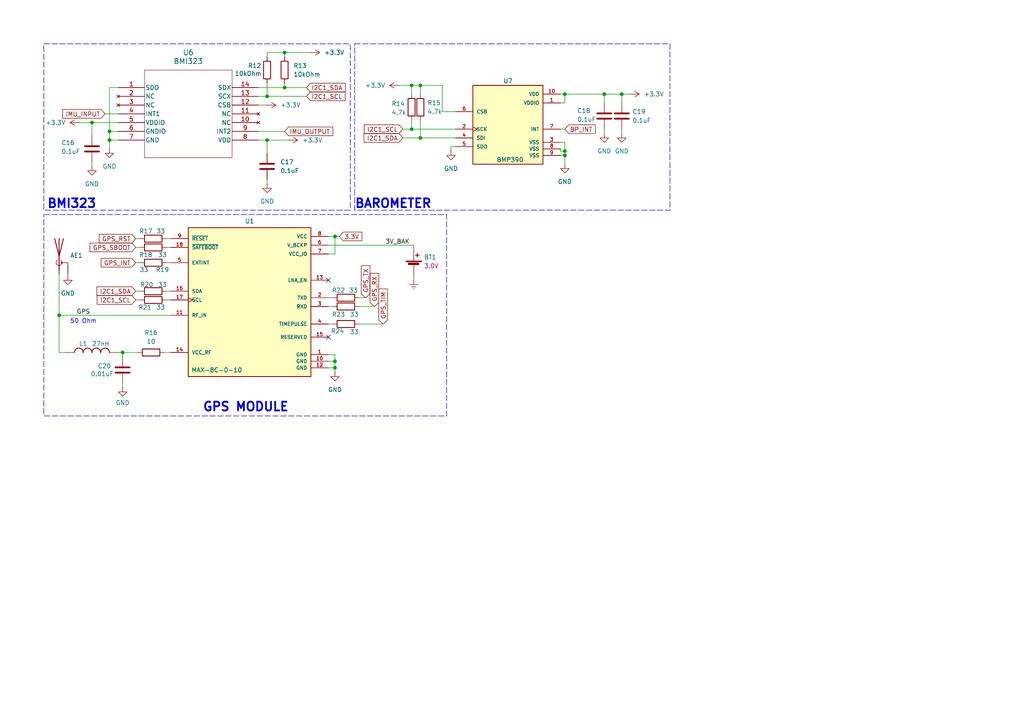
<source format=kicad_sch>
(kicad_sch
	(version 20231120)
	(generator "eeschema")
	(generator_version "8.0")
	(uuid "a3b2b766-e2d0-4e8e-bbb4-86a1e243b964")
	(paper "A4")
	(lib_symbols
		(symbol "BMI323:BMI323"
			(pin_names
				(offset 0.254)
			)
			(exclude_from_sim no)
			(in_bom yes)
			(on_board yes)
			(property "Reference" "U"
				(at 20.32 10.16 0)
				(effects
					(font
						(size 1.524 1.524)
					)
				)
			)
			(property "Value" "BMI323"
				(at 20.32 7.62 0)
				(effects
					(font
						(size 1.524 1.524)
					)
				)
			)
			(property "Footprint" "BMI323_BOS"
				(at 0 0 0)
				(effects
					(font
						(size 1.27 1.27)
						(italic yes)
					)
					(hide yes)
				)
			)
			(property "Datasheet" "BMI323"
				(at 0 0 0)
				(effects
					(font
						(size 1.27 1.27)
						(italic yes)
					)
					(hide yes)
				)
			)
			(property "Description" ""
				(at 0 0 0)
				(effects
					(font
						(size 1.27 1.27)
					)
					(hide yes)
				)
			)
			(property "ki_locked" ""
				(at 0 0 0)
				(effects
					(font
						(size 1.27 1.27)
					)
				)
			)
			(property "ki_keywords" "BMI323"
				(at 0 0 0)
				(effects
					(font
						(size 1.27 1.27)
					)
					(hide yes)
				)
			)
			(property "ki_fp_filters" "BMI323_BOS BMI323_BOS-M BMI323_BOS-L"
				(at 0 0 0)
				(effects
					(font
						(size 1.27 1.27)
					)
					(hide yes)
				)
			)
			(symbol "BMI323_0_1"
				(polyline
					(pts
						(xy 7.62 -20.32) (xy 33.02 -20.32)
					)
					(stroke
						(width 0.127)
						(type default)
					)
					(fill
						(type none)
					)
				)
				(polyline
					(pts
						(xy 7.62 5.08) (xy 7.62 -20.32)
					)
					(stroke
						(width 0.127)
						(type default)
					)
					(fill
						(type none)
					)
				)
				(polyline
					(pts
						(xy 33.02 -20.32) (xy 33.02 5.08)
					)
					(stroke
						(width 0.127)
						(type default)
					)
					(fill
						(type none)
					)
				)
				(polyline
					(pts
						(xy 33.02 5.08) (xy 7.62 5.08)
					)
					(stroke
						(width 0.127)
						(type default)
					)
					(fill
						(type none)
					)
				)
				(pin bidirectional line
					(at 0 0 0)
					(length 7.62)
					(name "SDO"
						(effects
							(font
								(size 1.27 1.27)
							)
						)
					)
					(number "1"
						(effects
							(font
								(size 1.27 1.27)
							)
						)
					)
				)
				(pin no_connect line
					(at 40.64 -10.16 180)
					(length 7.62)
					(name "NC"
						(effects
							(font
								(size 1.27 1.27)
							)
						)
					)
					(number "10"
						(effects
							(font
								(size 1.27 1.27)
							)
						)
					)
				)
				(pin no_connect line
					(at 40.64 -7.62 180)
					(length 7.62)
					(name "NC"
						(effects
							(font
								(size 1.27 1.27)
							)
						)
					)
					(number "11"
						(effects
							(font
								(size 1.27 1.27)
							)
						)
					)
				)
				(pin input line
					(at 40.64 -5.08 180)
					(length 7.62)
					(name "CSB"
						(effects
							(font
								(size 1.27 1.27)
							)
						)
					)
					(number "12"
						(effects
							(font
								(size 1.27 1.27)
							)
						)
					)
				)
				(pin input line
					(at 40.64 -2.54 180)
					(length 7.62)
					(name "SCX"
						(effects
							(font
								(size 1.27 1.27)
							)
						)
					)
					(number "13"
						(effects
							(font
								(size 1.27 1.27)
							)
						)
					)
				)
				(pin bidirectional line
					(at 40.64 0 180)
					(length 7.62)
					(name "SDX"
						(effects
							(font
								(size 1.27 1.27)
							)
						)
					)
					(number "14"
						(effects
							(font
								(size 1.27 1.27)
							)
						)
					)
				)
				(pin no_connect line
					(at 0 -2.54 0)
					(length 7.62)
					(name "NC"
						(effects
							(font
								(size 1.27 1.27)
							)
						)
					)
					(number "2"
						(effects
							(font
								(size 1.27 1.27)
							)
						)
					)
				)
				(pin no_connect line
					(at 0 -5.08 0)
					(length 7.62)
					(name "NC"
						(effects
							(font
								(size 1.27 1.27)
							)
						)
					)
					(number "3"
						(effects
							(font
								(size 1.27 1.27)
							)
						)
					)
				)
				(pin bidirectional line
					(at 0 -7.62 0)
					(length 7.62)
					(name "INT1"
						(effects
							(font
								(size 1.27 1.27)
							)
						)
					)
					(number "4"
						(effects
							(font
								(size 1.27 1.27)
							)
						)
					)
				)
				(pin power_in line
					(at 0 -10.16 0)
					(length 7.62)
					(name "VDDIO"
						(effects
							(font
								(size 1.27 1.27)
							)
						)
					)
					(number "5"
						(effects
							(font
								(size 1.27 1.27)
							)
						)
					)
				)
				(pin power_out line
					(at 0 -12.7 0)
					(length 7.62)
					(name "GNDIO"
						(effects
							(font
								(size 1.27 1.27)
							)
						)
					)
					(number "6"
						(effects
							(font
								(size 1.27 1.27)
							)
						)
					)
				)
				(pin power_out line
					(at 0 -15.24 0)
					(length 7.62)
					(name "GND"
						(effects
							(font
								(size 1.27 1.27)
							)
						)
					)
					(number "7"
						(effects
							(font
								(size 1.27 1.27)
							)
						)
					)
				)
				(pin power_in line
					(at 40.64 -15.24 180)
					(length 7.62)
					(name "VDD"
						(effects
							(font
								(size 1.27 1.27)
							)
						)
					)
					(number "8"
						(effects
							(font
								(size 1.27 1.27)
							)
						)
					)
				)
				(pin bidirectional line
					(at 40.64 -12.7 180)
					(length 7.62)
					(name "INT2"
						(effects
							(font
								(size 1.27 1.27)
							)
						)
					)
					(number "9"
						(effects
							(font
								(size 1.27 1.27)
							)
						)
					)
				)
			)
		)
		(symbol "Device:C"
			(pin_numbers hide)
			(pin_names
				(offset 0.254)
			)
			(exclude_from_sim no)
			(in_bom yes)
			(on_board yes)
			(property "Reference" "C"
				(at 0.635 2.54 0)
				(effects
					(font
						(size 1.27 1.27)
					)
					(justify left)
				)
			)
			(property "Value" "C"
				(at 0.635 -2.54 0)
				(effects
					(font
						(size 1.27 1.27)
					)
					(justify left)
				)
			)
			(property "Footprint" ""
				(at 0.9652 -3.81 0)
				(effects
					(font
						(size 1.27 1.27)
					)
					(hide yes)
				)
			)
			(property "Datasheet" "~"
				(at 0 0 0)
				(effects
					(font
						(size 1.27 1.27)
					)
					(hide yes)
				)
			)
			(property "Description" "Unpolarized capacitor"
				(at 0 0 0)
				(effects
					(font
						(size 1.27 1.27)
					)
					(hide yes)
				)
			)
			(property "ki_keywords" "cap capacitor"
				(at 0 0 0)
				(effects
					(font
						(size 1.27 1.27)
					)
					(hide yes)
				)
			)
			(property "ki_fp_filters" "C_*"
				(at 0 0 0)
				(effects
					(font
						(size 1.27 1.27)
					)
					(hide yes)
				)
			)
			(symbol "C_0_1"
				(polyline
					(pts
						(xy -2.032 -0.762) (xy 2.032 -0.762)
					)
					(stroke
						(width 0.508)
						(type default)
					)
					(fill
						(type none)
					)
				)
				(polyline
					(pts
						(xy -2.032 0.762) (xy 2.032 0.762)
					)
					(stroke
						(width 0.508)
						(type default)
					)
					(fill
						(type none)
					)
				)
			)
			(symbol "C_1_1"
				(pin passive line
					(at 0 3.81 270)
					(length 2.794)
					(name "~"
						(effects
							(font
								(size 1.27 1.27)
							)
						)
					)
					(number "1"
						(effects
							(font
								(size 1.27 1.27)
							)
						)
					)
				)
				(pin passive line
					(at 0 -3.81 90)
					(length 2.794)
					(name "~"
						(effects
							(font
								(size 1.27 1.27)
							)
						)
					)
					(number "2"
						(effects
							(font
								(size 1.27 1.27)
							)
						)
					)
				)
			)
		)
		(symbol "Device:R"
			(pin_numbers hide)
			(pin_names
				(offset 0)
			)
			(exclude_from_sim no)
			(in_bom yes)
			(on_board yes)
			(property "Reference" "R"
				(at 2.032 0 90)
				(effects
					(font
						(size 1.27 1.27)
					)
				)
			)
			(property "Value" "R"
				(at 0 0 90)
				(effects
					(font
						(size 1.27 1.27)
					)
				)
			)
			(property "Footprint" ""
				(at -1.778 0 90)
				(effects
					(font
						(size 1.27 1.27)
					)
					(hide yes)
				)
			)
			(property "Datasheet" "~"
				(at 0 0 0)
				(effects
					(font
						(size 1.27 1.27)
					)
					(hide yes)
				)
			)
			(property "Description" "Resistor"
				(at 0 0 0)
				(effects
					(font
						(size 1.27 1.27)
					)
					(hide yes)
				)
			)
			(property "ki_keywords" "R res resistor"
				(at 0 0 0)
				(effects
					(font
						(size 1.27 1.27)
					)
					(hide yes)
				)
			)
			(property "ki_fp_filters" "R_*"
				(at 0 0 0)
				(effects
					(font
						(size 1.27 1.27)
					)
					(hide yes)
				)
			)
			(symbol "R_0_1"
				(rectangle
					(start -1.016 -2.54)
					(end 1.016 2.54)
					(stroke
						(width 0.254)
						(type default)
					)
					(fill
						(type none)
					)
				)
			)
			(symbol "R_1_1"
				(pin passive line
					(at 0 3.81 270)
					(length 1.27)
					(name "~"
						(effects
							(font
								(size 1.27 1.27)
							)
						)
					)
					(number "1"
						(effects
							(font
								(size 1.27 1.27)
							)
						)
					)
				)
				(pin passive line
					(at 0 -3.81 90)
					(length 1.27)
					(name "~"
						(effects
							(font
								(size 1.27 1.27)
							)
						)
					)
					(number "2"
						(effects
							(font
								(size 1.27 1.27)
							)
						)
					)
				)
			)
		)
		(symbol "Flight-Computer:0734120110"
			(pin_numbers hide)
			(pin_names
				(offset 1.016) hide)
			(exclude_from_sim no)
			(in_bom yes)
			(on_board yes)
			(property "Reference" "AE"
				(at -1.905 4.445 0)
				(effects
					(font
						(size 1.27 1.27)
					)
					(justify right)
				)
			)
			(property "Value" "0734120110"
				(at 5.715 -10.795 0)
				(effects
					(font
						(size 1.27 1.27)
					)
					(justify right)
					(hide yes)
				)
			)
			(property "Footprint" ""
				(at 0 2.54 0)
				(effects
					(font
						(size 1.27 1.27)
					)
					(hide yes)
				)
			)
			(property "Datasheet" "~"
				(at 0 2.54 0)
				(effects
					(font
						(size 1.27 1.27)
					)
					(hide yes)
				)
			)
			(property "Description" "Antenna with extra pin for shielding"
				(at 0 0 0)
				(effects
					(font
						(size 1.27 1.27)
					)
					(hide yes)
				)
			)
			(property "ki_keywords" "antenna"
				(at 0 0 0)
				(effects
					(font
						(size 1.27 1.27)
					)
					(hide yes)
				)
			)
			(symbol "0734120110_0_1"
				(arc
					(start -0.508 -1.143)
					(mid -0.8429 -2.1194)
					(end 0 -2.667)
					(stroke
						(width 0)
						(type default)
					)
					(fill
						(type none)
					)
				)
				(arc
					(start 0 -2.667)
					(mid 0.7989 -2.1052)
					(end 0.508 -1.143)
					(stroke
						(width 0)
						(type default)
					)
					(fill
						(type none)
					)
				)
				(polyline
					(pts
						(xy 0 -2.54) (xy 0 0)
					)
					(stroke
						(width 0)
						(type default)
					)
					(fill
						(type none)
					)
				)
				(polyline
					(pts
						(xy 0 5.08) (xy 0 -3.81)
					)
					(stroke
						(width 0.254)
						(type default)
					)
					(fill
						(type none)
					)
				)
				(polyline
					(pts
						(xy 0.762 -1.905) (xy 2.54 -1.905)
					)
					(stroke
						(width 0)
						(type default)
					)
					(fill
						(type none)
					)
				)
				(polyline
					(pts
						(xy 2.54 -2.54) (xy 2.54 -1.905)
					)
					(stroke
						(width 0)
						(type default)
					)
					(fill
						(type none)
					)
				)
				(polyline
					(pts
						(xy 1.27 5.08) (xy 0 0) (xy -1.27 5.08)
					)
					(stroke
						(width 0.254)
						(type default)
					)
					(fill
						(type none)
					)
				)
				(circle
					(center 0.762 -1.905)
					(radius 0.1778)
					(stroke
						(width 0)
						(type default)
					)
					(fill
						(type outline)
					)
				)
			)
			(symbol "0734120110_1_1"
				(pin input line
					(at 0 -5.08 90)
					(length 2.54)
					(name "A"
						(effects
							(font
								(size 1.27 1.27)
							)
						)
					)
					(number "1"
						(effects
							(font
								(size 1.27 1.27)
							)
						)
					)
				)
				(pin input line
					(at 2.54 -5.08 90)
					(length 2.54)
					(name "Shield"
						(effects
							(font
								(size 1.27 1.27)
							)
						)
					)
					(number "2"
						(effects
							(font
								(size 1.27 1.27)
							)
						)
					)
				)
			)
		)
		(symbol "Flight-Computer:BMP390"
			(pin_names
				(offset 1.016)
			)
			(exclude_from_sim no)
			(in_bom yes)
			(on_board yes)
			(property "Reference" "U"
				(at -2.54 13.335 0)
				(effects
					(font
						(size 1.27 1.27)
					)
					(justify left bottom)
				)
			)
			(property "Value" "BMP390"
				(at -3.81 -9.525 0)
				(effects
					(font
						(size 1.27 1.27)
					)
					(justify left bottom)
				)
			)
			(property "Footprint" "XDCR_BMP390L"
				(at -7.62 -14.605 0)
				(effects
					(font
						(size 1.27 1.27)
					)
					(justify left bottom)
					(hide yes)
				)
			)
			(property "Datasheet" ""
				(at 0 0 0)
				(effects
					(font
						(size 1.27 1.27)
					)
					(justify left bottom)
					(hide yes)
				)
			)
			(property "Description" ""
				(at 0 0 0)
				(effects
					(font
						(size 1.27 1.27)
					)
					(hide yes)
				)
			)
			(symbol "BMP390_0_0"
				(rectangle
					(start -10.16 -10.16)
					(end 10.16 12.7)
					(stroke
						(width 0.254)
						(type default)
					)
					(fill
						(type background)
					)
				)
				(pin power_in line
					(at 15.24 7.62 180)
					(length 5.08)
					(name "VDDIO"
						(effects
							(font
								(size 1.016 1.016)
							)
						)
					)
					(number "1"
						(effects
							(font
								(size 1.016 1.016)
							)
						)
					)
				)
				(pin power_in line
					(at 15.24 10.16 180)
					(length 5.08)
					(name "VDD"
						(effects
							(font
								(size 1.016 1.016)
							)
						)
					)
					(number "10"
						(effects
							(font
								(size 1.016 1.016)
							)
						)
					)
				)
				(pin input clock
					(at -15.24 0 0)
					(length 5.08)
					(name "SCK"
						(effects
							(font
								(size 1.016 1.016)
							)
						)
					)
					(number "2"
						(effects
							(font
								(size 1.016 1.016)
							)
						)
					)
				)
				(pin power_in line
					(at 15.24 -3.81 180)
					(length 5.08)
					(name "VSS"
						(effects
							(font
								(size 1.016 1.016)
							)
						)
					)
					(number "3"
						(effects
							(font
								(size 1.016 1.016)
							)
						)
					)
				)
				(pin input line
					(at -15.24 -2.54 0)
					(length 5.08)
					(name "SDI"
						(effects
							(font
								(size 1.016 1.016)
							)
						)
					)
					(number "4"
						(effects
							(font
								(size 1.016 1.016)
							)
						)
					)
				)
				(pin input line
					(at -15.24 -5.08 0)
					(length 5.08)
					(name "SDO"
						(effects
							(font
								(size 1.016 1.016)
							)
						)
					)
					(number "5"
						(effects
							(font
								(size 1.016 1.016)
							)
						)
					)
				)
				(pin input line
					(at -15.24 5.08 0)
					(length 5.08)
					(name "CSB"
						(effects
							(font
								(size 1.016 1.016)
							)
						)
					)
					(number "6"
						(effects
							(font
								(size 1.016 1.016)
							)
						)
					)
				)
				(pin output line
					(at 15.24 0 180)
					(length 5.08)
					(name "INT"
						(effects
							(font
								(size 1.016 1.016)
							)
						)
					)
					(number "7"
						(effects
							(font
								(size 1.016 1.016)
							)
						)
					)
				)
				(pin power_in line
					(at 15.24 -5.715 180)
					(length 5.08)
					(name "VSS"
						(effects
							(font
								(size 1.016 1.016)
							)
						)
					)
					(number "8"
						(effects
							(font
								(size 1.016 1.016)
							)
						)
					)
				)
				(pin power_in line
					(at 15.24 -7.62 180)
					(length 5.08)
					(name "VSS"
						(effects
							(font
								(size 1.016 1.016)
							)
						)
					)
					(number "9"
						(effects
							(font
								(size 1.016 1.016)
							)
						)
					)
				)
			)
		)
		(symbol "Flight-Computer:Earth"
			(power)
			(pin_names
				(offset 0)
			)
			(exclude_from_sim no)
			(in_bom yes)
			(on_board yes)
			(property "Reference" "#PWR"
				(at 0 -6.35 0)
				(effects
					(font
						(size 1.27 1.27)
					)
					(hide yes)
				)
			)
			(property "Value" "Earth"
				(at 0 -3.81 0)
				(effects
					(font
						(size 1.27 1.27)
					)
					(hide yes)
				)
			)
			(property "Footprint" ""
				(at 0 0 0)
				(effects
					(font
						(size 1.27 1.27)
					)
					(hide yes)
				)
			)
			(property "Datasheet" ""
				(at 0 0 0)
				(effects
					(font
						(size 1.27 1.27)
					)
					(hide yes)
				)
			)
			(property "Description" ""
				(at 0 0 0)
				(effects
					(font
						(size 1.27 1.27)
					)
					(hide yes)
				)
			)
			(symbol "Earth_0_1"
				(polyline
					(pts
						(xy -0.635 -1.905) (xy 0.635 -1.905)
					)
					(stroke
						(width 0)
						(type default)
					)
					(fill
						(type none)
					)
				)
				(polyline
					(pts
						(xy -0.127 -2.54) (xy 0.127 -2.54)
					)
					(stroke
						(width 0)
						(type default)
					)
					(fill
						(type none)
					)
				)
				(polyline
					(pts
						(xy 0 -1.27) (xy 0 0)
					)
					(stroke
						(width 0)
						(type default)
					)
					(fill
						(type none)
					)
				)
				(polyline
					(pts
						(xy 1.27 -1.27) (xy -1.27 -1.27)
					)
					(stroke
						(width 0)
						(type default)
					)
					(fill
						(type none)
					)
				)
			)
			(symbol "Earth_1_1"
				(pin power_in line
					(at 0 0 270)
					(length 0) hide
					(name "Earth"
						(effects
							(font
								(size 1.27 1.27)
							)
						)
					)
					(number "1"
						(effects
							(font
								(size 1.27 1.27)
							)
						)
					)
				)
			)
		)
		(symbol "Flight-Computer:L-07C27NJV6T"
			(pin_numbers hide)
			(pin_names
				(offset 1.016) hide)
			(exclude_from_sim no)
			(in_bom yes)
			(on_board yes)
			(property "Reference" "L"
				(at -2.54 2.54 0)
				(effects
					(font
						(size 1.27 1.27)
					)
					(justify left bottom)
				)
			)
			(property "Value" "L-07C27NJV6T"
				(at -7.62 -3.81 0)
				(effects
					(font
						(size 1.27 1.27)
					)
					(justify left bottom)
				)
			)
			(property "Footprint" ""
				(at -3.81 -5.08 0)
				(effects
					(font
						(size 1.27 1.27)
					)
					(justify left bottom)
					(hide yes)
				)
			)
			(property "Datasheet" ""
				(at 0 0 0)
				(effects
					(font
						(size 1.27 1.27)
					)
					(justify left bottom)
					(hide yes)
				)
			)
			(property "Description" ""
				(at 0 0 0)
				(effects
					(font
						(size 1.27 1.27)
					)
					(hide yes)
				)
			)
			(symbol "L-07C27NJV6T_0_0"
				(arc
					(start -2.54 0)
					(mid -3.81 1.2645)
					(end -5.08 0)
					(stroke
						(width 0.254)
						(type default)
					)
					(fill
						(type none)
					)
				)
				(arc
					(start 0 0)
					(mid -1.27 1.2645)
					(end -2.54 0)
					(stroke
						(width 0.254)
						(type default)
					)
					(fill
						(type none)
					)
				)
				(arc
					(start 2.54 0)
					(mid 1.27 1.2645)
					(end 0 0)
					(stroke
						(width 0.254)
						(type default)
					)
					(fill
						(type none)
					)
				)
				(arc
					(start 5.08 0)
					(mid 3.81 1.2645)
					(end 2.54 0)
					(stroke
						(width 0.254)
						(type default)
					)
					(fill
						(type none)
					)
				)
				(pin passive line
					(at -7.62 0 0)
					(length 2.54)
					(name "~"
						(effects
							(font
								(size 1.016 1.016)
							)
						)
					)
					(number "1"
						(effects
							(font
								(size 1.016 1.016)
							)
						)
					)
				)
				(pin passive line
					(at 7.62 0 180)
					(length 2.54)
					(name "~"
						(effects
							(font
								(size 1.016 1.016)
							)
						)
					)
					(number "2"
						(effects
							(font
								(size 1.016 1.016)
							)
						)
					)
				)
			)
		)
		(symbol "Flight-Computer:MAX-8C-0-10"
			(pin_names
				(offset 1.016)
			)
			(exclude_from_sim no)
			(in_bom yes)
			(on_board yes)
			(property "Reference" "U"
				(at -1.27 21.59 0)
				(effects
					(font
						(size 1.27 1.27)
					)
					(justify left bottom)
				)
			)
			(property "Value" "MAX-8C-0-10"
				(at -17.145 -21.59 0)
				(effects
					(font
						(size 1.27 1.27)
					)
					(justify left bottom)
				)
			)
			(property "Footprint" "XCVR_MAX-8C-0-10"
				(at -9.525 -26.67 0)
				(effects
					(font
						(size 1.27 1.27)
					)
					(justify left bottom)
					(hide yes)
				)
			)
			(property "Datasheet" ""
				(at 0 0 0)
				(effects
					(font
						(size 1.27 1.27)
					)
					(justify left bottom)
					(hide yes)
				)
			)
			(property "Description" ""
				(at 0 0 0)
				(effects
					(font
						(size 1.27 1.27)
					)
					(hide yes)
				)
			)
			(symbol "MAX-8C-0-10_0_0"
				(rectangle
					(start -17.78 -22.86)
					(end 17.78 20.32)
					(stroke
						(width 0.254)
						(type default)
					)
					(fill
						(type background)
					)
				)
				(pin power_in line
					(at 22.86 -16.51 180)
					(length 5.08)
					(name "GND"
						(effects
							(font
								(size 1.016 1.016)
							)
						)
					)
					(number "1"
						(effects
							(font
								(size 1.016 1.016)
							)
						)
					)
				)
				(pin power_in line
					(at 22.86 -18.415 180)
					(length 5.08)
					(name "GND"
						(effects
							(font
								(size 1.016 1.016)
							)
						)
					)
					(number "10"
						(effects
							(font
								(size 1.016 1.016)
							)
						)
					)
				)
				(pin input line
					(at -22.86 -5.08 0)
					(length 5.08)
					(name "RF_IN"
						(effects
							(font
								(size 1.016 1.016)
							)
						)
					)
					(number "11"
						(effects
							(font
								(size 1.016 1.016)
							)
						)
					)
				)
				(pin power_in line
					(at 22.86 -20.32 180)
					(length 5.08)
					(name "GND"
						(effects
							(font
								(size 1.016 1.016)
							)
						)
					)
					(number "12"
						(effects
							(font
								(size 1.016 1.016)
							)
						)
					)
				)
				(pin output line
					(at 22.86 5.08 180)
					(length 5.08)
					(name "LNA_EN"
						(effects
							(font
								(size 1.016 1.016)
							)
						)
					)
					(number "13"
						(effects
							(font
								(size 1.016 1.016)
							)
						)
					)
				)
				(pin power_out line
					(at -22.86 -15.875 0)
					(length 5.08)
					(name "VCC_RF"
						(effects
							(font
								(size 1.016 1.016)
							)
						)
					)
					(number "14"
						(effects
							(font
								(size 1.016 1.016)
							)
						)
					)
				)
				(pin passive line
					(at 22.86 -11.43 180)
					(length 5.08)
					(name "RESERVED"
						(effects
							(font
								(size 1.016 1.016)
							)
						)
					)
					(number "15"
						(effects
							(font
								(size 1.016 1.016)
							)
						)
					)
				)
				(pin bidirectional line
					(at -22.86 1.905 0)
					(length 5.08)
					(name "SDA"
						(effects
							(font
								(size 1.016 1.016)
							)
						)
					)
					(number "16"
						(effects
							(font
								(size 1.016 1.016)
							)
						)
					)
				)
				(pin input clock
					(at -22.86 -0.635 0)
					(length 5.08)
					(name "SCL"
						(effects
							(font
								(size 1.016 1.016)
							)
						)
					)
					(number "17"
						(effects
							(font
								(size 1.016 1.016)
							)
						)
					)
				)
				(pin input line
					(at -22.86 14.605 0)
					(length 5.08)
					(name "~{SAFEBOOT}"
						(effects
							(font
								(size 1.016 1.016)
							)
						)
					)
					(number "18"
						(effects
							(font
								(size 1.016 1.016)
							)
						)
					)
				)
				(pin output line
					(at 22.86 0 180)
					(length 5.08)
					(name "TXD"
						(effects
							(font
								(size 1.016 1.016)
							)
						)
					)
					(number "2"
						(effects
							(font
								(size 1.016 1.016)
							)
						)
					)
				)
				(pin input line
					(at 22.86 -2.54 180)
					(length 5.08)
					(name "RXD"
						(effects
							(font
								(size 1.016 1.016)
							)
						)
					)
					(number "3"
						(effects
							(font
								(size 1.016 1.016)
							)
						)
					)
				)
				(pin output line
					(at 22.86 -7.62 180)
					(length 5.08)
					(name "TIMEPULSE"
						(effects
							(font
								(size 1.016 1.016)
							)
						)
					)
					(number "4"
						(effects
							(font
								(size 1.016 1.016)
							)
						)
					)
				)
				(pin input line
					(at -22.86 10.16 0)
					(length 5.08)
					(name "EXTINT"
						(effects
							(font
								(size 1.016 1.016)
							)
						)
					)
					(number "5"
						(effects
							(font
								(size 1.016 1.016)
							)
						)
					)
				)
				(pin power_in line
					(at 22.86 15.24 180)
					(length 5.08)
					(name "V_BCKP"
						(effects
							(font
								(size 1.016 1.016)
							)
						)
					)
					(number "6"
						(effects
							(font
								(size 1.016 1.016)
							)
						)
					)
				)
				(pin power_in line
					(at 22.86 12.7 180)
					(length 5.08)
					(name "VCC_IO"
						(effects
							(font
								(size 1.016 1.016)
							)
						)
					)
					(number "7"
						(effects
							(font
								(size 1.016 1.016)
							)
						)
					)
				)
				(pin power_in line
					(at 22.86 17.78 180)
					(length 5.08)
					(name "VCC"
						(effects
							(font
								(size 1.016 1.016)
							)
						)
					)
					(number "8"
						(effects
							(font
								(size 1.016 1.016)
							)
						)
					)
				)
				(pin input line
					(at -22.86 17.145 0)
					(length 5.08)
					(name "~{RESET}"
						(effects
							(font
								(size 1.016 1.016)
							)
						)
					)
					(number "9"
						(effects
							(font
								(size 1.016 1.016)
							)
						)
					)
				)
			)
		)
		(symbol "Flight-Computer:MS614SE-FL28E"
			(pin_numbers hide)
			(pin_names
				(offset 0) hide)
			(exclude_from_sim no)
			(in_bom yes)
			(on_board yes)
			(property "Reference" "BT"
				(at 2.54 2.54 0)
				(effects
					(font
						(size 1.27 1.27)
					)
					(justify left)
				)
			)
			(property "Value" "MS614SE-FL28E"
				(at -6.35 -10.795 0)
				(effects
					(font
						(size 1.27 1.27)
					)
					(justify left)
					(hide yes)
				)
			)
			(property "Footprint" ""
				(at 0 1.524 90)
				(effects
					(font
						(size 1.27 1.27)
					)
				)
			)
			(property "Datasheet" "~"
				(at 0 1.524 90)
				(effects
					(font
						(size 1.27 1.27)
					)
					(hide yes)
				)
			)
			(property "Description" "Single-cell battery"
				(at 0 0 0)
				(effects
					(font
						(size 1.27 1.27)
					)
					(hide yes)
				)
			)
			(property "Voltage" "3.0V"
				(at 4.445 0 0)
				(effects
					(font
						(size 1.27 1.27)
					)
				)
			)
			(property "ki_keywords" "battery cell"
				(at 0 0 0)
				(effects
					(font
						(size 1.27 1.27)
					)
					(hide yes)
				)
			)
			(symbol "MS614SE-FL28E_0_1"
				(rectangle
					(start -2.286 1.778)
					(end 2.286 1.524)
					(stroke
						(width 0)
						(type default)
					)
					(fill
						(type outline)
					)
				)
				(rectangle
					(start -1.5748 1.1938)
					(end 1.4732 0.6858)
					(stroke
						(width 0)
						(type default)
					)
					(fill
						(type outline)
					)
				)
				(polyline
					(pts
						(xy 0 0.762) (xy 0 0)
					)
					(stroke
						(width 0)
						(type default)
					)
					(fill
						(type none)
					)
				)
				(polyline
					(pts
						(xy 0 1.778) (xy 0 2.54)
					)
					(stroke
						(width 0)
						(type default)
					)
					(fill
						(type none)
					)
				)
				(polyline
					(pts
						(xy 0.508 3.429) (xy 1.524 3.429)
					)
					(stroke
						(width 0.254)
						(type default)
					)
					(fill
						(type none)
					)
				)
				(polyline
					(pts
						(xy 1.016 3.937) (xy 1.016 2.921)
					)
					(stroke
						(width 0.254)
						(type default)
					)
					(fill
						(type none)
					)
				)
			)
			(symbol "MS614SE-FL28E_1_1"
				(pin power_out line
					(at 0 5.08 270)
					(length 2.54)
					(name "+"
						(effects
							(font
								(size 1.27 1.27)
							)
						)
					)
					(number "1"
						(effects
							(font
								(size 1.27 1.27)
							)
						)
					)
				)
				(pin passive line
					(at 0 -2.54 90)
					(length 2.54)
					(name "-"
						(effects
							(font
								(size 1.27 1.27)
							)
						)
					)
					(number "2"
						(effects
							(font
								(size 1.27 1.27)
							)
						)
					)
				)
			)
		)
		(symbol "power:+3.3V"
			(power)
			(pin_numbers hide)
			(pin_names
				(offset 0) hide)
			(exclude_from_sim no)
			(in_bom yes)
			(on_board yes)
			(property "Reference" "#PWR"
				(at 0 -3.81 0)
				(effects
					(font
						(size 1.27 1.27)
					)
					(hide yes)
				)
			)
			(property "Value" "+3.3V"
				(at 0 3.556 0)
				(effects
					(font
						(size 1.27 1.27)
					)
				)
			)
			(property "Footprint" ""
				(at 0 0 0)
				(effects
					(font
						(size 1.27 1.27)
					)
					(hide yes)
				)
			)
			(property "Datasheet" ""
				(at 0 0 0)
				(effects
					(font
						(size 1.27 1.27)
					)
					(hide yes)
				)
			)
			(property "Description" "Power symbol creates a global label with name \"+3.3V\""
				(at 0 0 0)
				(effects
					(font
						(size 1.27 1.27)
					)
					(hide yes)
				)
			)
			(property "ki_keywords" "global power"
				(at 0 0 0)
				(effects
					(font
						(size 1.27 1.27)
					)
					(hide yes)
				)
			)
			(symbol "+3.3V_0_1"
				(polyline
					(pts
						(xy -0.762 1.27) (xy 0 2.54)
					)
					(stroke
						(width 0)
						(type default)
					)
					(fill
						(type none)
					)
				)
				(polyline
					(pts
						(xy 0 0) (xy 0 2.54)
					)
					(stroke
						(width 0)
						(type default)
					)
					(fill
						(type none)
					)
				)
				(polyline
					(pts
						(xy 0 2.54) (xy 0.762 1.27)
					)
					(stroke
						(width 0)
						(type default)
					)
					(fill
						(type none)
					)
				)
			)
			(symbol "+3.3V_1_1"
				(pin power_in line
					(at 0 0 90)
					(length 0)
					(name "~"
						(effects
							(font
								(size 1.27 1.27)
							)
						)
					)
					(number "1"
						(effects
							(font
								(size 1.27 1.27)
							)
						)
					)
				)
			)
		)
		(symbol "power:GND"
			(power)
			(pin_numbers hide)
			(pin_names
				(offset 0) hide)
			(exclude_from_sim no)
			(in_bom yes)
			(on_board yes)
			(property "Reference" "#PWR"
				(at 0 -6.35 0)
				(effects
					(font
						(size 1.27 1.27)
					)
					(hide yes)
				)
			)
			(property "Value" "GND"
				(at 0 -3.81 0)
				(effects
					(font
						(size 1.27 1.27)
					)
				)
			)
			(property "Footprint" ""
				(at 0 0 0)
				(effects
					(font
						(size 1.27 1.27)
					)
					(hide yes)
				)
			)
			(property "Datasheet" ""
				(at 0 0 0)
				(effects
					(font
						(size 1.27 1.27)
					)
					(hide yes)
				)
			)
			(property "Description" "Power symbol creates a global label with name \"GND\" , ground"
				(at 0 0 0)
				(effects
					(font
						(size 1.27 1.27)
					)
					(hide yes)
				)
			)
			(property "ki_keywords" "global power"
				(at 0 0 0)
				(effects
					(font
						(size 1.27 1.27)
					)
					(hide yes)
				)
			)
			(symbol "GND_0_1"
				(polyline
					(pts
						(xy 0 0) (xy 0 -1.27) (xy 1.27 -1.27) (xy 0 -2.54) (xy -1.27 -1.27) (xy 0 -1.27)
					)
					(stroke
						(width 0)
						(type default)
					)
					(fill
						(type none)
					)
				)
			)
			(symbol "GND_1_1"
				(pin power_in line
					(at 0 0 270)
					(length 0)
					(name "~"
						(effects
							(font
								(size 1.27 1.27)
							)
						)
					)
					(number "1"
						(effects
							(font
								(size 1.27 1.27)
							)
						)
					)
				)
			)
		)
	)
	(junction
		(at 82.55 15.24)
		(diameter 0)
		(color 0 0 0 0)
		(uuid "04c36f03-4f59-40ab-ae88-e69cd4d1ef0b")
	)
	(junction
		(at 77.47 40.64)
		(diameter 0)
		(color 0 0 0 0)
		(uuid "1422f55f-2350-4f13-8d6f-8f3fa946dadd")
	)
	(junction
		(at 180.34 27.305)
		(diameter 0)
		(color 0 0 0 0)
		(uuid "2b68afb2-b6be-42f5-9486-da2ce4bb4b27")
	)
	(junction
		(at 97.155 106.68)
		(diameter 0)
		(color 0 0 0 0)
		(uuid "308973e7-58db-4b8a-a0b2-ad6481476d69")
	)
	(junction
		(at 119.38 24.765)
		(diameter 0)
		(color 0 0 0 0)
		(uuid "495f53c9-dd02-43fa-9c4c-ecbb6bec3c6d")
	)
	(junction
		(at 97.155 104.775)
		(diameter 0)
		(color 0 0 0 0)
		(uuid "6508a4e9-a198-475d-b562-e9c0087f6f0d")
	)
	(junction
		(at 175.26 27.305)
		(diameter 0)
		(color 0 0 0 0)
		(uuid "70e067e3-5195-4c94-81ab-41259d9ea1f5")
	)
	(junction
		(at 77.47 27.94)
		(diameter 0)
		(color 0 0 0 0)
		(uuid "7cd4ab88-c633-4930-9a88-e7e417b15574")
	)
	(junction
		(at 31.75 38.1)
		(diameter 0)
		(color 0 0 0 0)
		(uuid "86f15856-5d47-40a8-bcd3-8d75582be7ac")
	)
	(junction
		(at 163.83 45.085)
		(diameter 0)
		(color 0 0 0 0)
		(uuid "87fce78a-e48b-4c8c-bebb-165348e4e25a")
	)
	(junction
		(at 17.145 91.44)
		(diameter 0)
		(color 0 0 0 0)
		(uuid "8f65742e-dda5-44ea-8e93-6232d9b677a9")
	)
	(junction
		(at 121.92 24.765)
		(diameter 0)
		(color 0 0 0 0)
		(uuid "9c0d8869-a366-4a05-899d-d979974b8a2d")
	)
	(junction
		(at 31.75 40.64)
		(diameter 0)
		(color 0 0 0 0)
		(uuid "9eba905d-1028-488d-b789-8639d3d81eee")
	)
	(junction
		(at 26.67 35.56)
		(diameter 0)
		(color 0 0 0 0)
		(uuid "a8927f89-b2ab-4937-9c02-1a35128eae80")
	)
	(junction
		(at 163.83 43.815)
		(diameter 0)
		(color 0 0 0 0)
		(uuid "abc8ed09-03eb-4d1d-8f06-40f62bead3b6")
	)
	(junction
		(at 121.92 40.005)
		(diameter 0)
		(color 0 0 0 0)
		(uuid "b7bc5ab5-54f4-4303-862a-5cf946e7f144")
	)
	(junction
		(at 82.55 25.4)
		(diameter 0)
		(color 0 0 0 0)
		(uuid "c69030cd-c715-4d22-a23f-6abddd2d2ddd")
	)
	(junction
		(at 35.56 102.235)
		(diameter 0)
		(color 0 0 0 0)
		(uuid "ec23dc1c-2fb8-4176-8c5e-bcb0e1c176d8")
	)
	(junction
		(at 97.155 68.58)
		(diameter 0)
		(color 0 0 0 0)
		(uuid "f646cc88-cc52-45e3-bf37-9e71f55111be")
	)
	(junction
		(at 163.83 27.305)
		(diameter 0)
		(color 0 0 0 0)
		(uuid "f9468cfc-1cd6-426a-978c-b598b4e4bb6a")
	)
	(junction
		(at 119.38 37.465)
		(diameter 0)
		(color 0 0 0 0)
		(uuid "ff125f82-8f95-463a-ac43-7a5b9ccfc145")
	)
	(no_connect
		(at 95.25 97.79)
		(uuid "22604207-8d48-4d67-9da5-c1dacac9625a")
	)
	(no_connect
		(at 95.25 81.28)
		(uuid "a0f4d81d-abd0-4f72-9871-16587bc42aa1")
	)
	(wire
		(pts
			(xy 26.67 35.56) (xy 26.67 39.37)
		)
		(stroke
			(width 0)
			(type default)
		)
		(uuid "01b4ce0b-4994-4647-a59b-5bde9c8035e2")
	)
	(wire
		(pts
			(xy 77.47 40.64) (xy 77.47 44.45)
		)
		(stroke
			(width 0)
			(type default)
		)
		(uuid "03b81f64-e5d6-448b-82fa-98028f1a6c4a")
	)
	(wire
		(pts
			(xy 31.75 25.4) (xy 31.75 38.1)
		)
		(stroke
			(width 0)
			(type default)
		)
		(uuid "05647066-ee06-485f-931b-4e5d8798e042")
	)
	(wire
		(pts
			(xy 175.26 27.305) (xy 180.34 27.305)
		)
		(stroke
			(width 0)
			(type default)
		)
		(uuid "070d5a71-23b1-4877-b5cc-b5a75ae560b7")
	)
	(wire
		(pts
			(xy 104.14 93.98) (xy 111.125 93.98)
		)
		(stroke
			(width 0)
			(type default)
		)
		(uuid "088eed88-f237-4185-a568-f0a20bf48157")
	)
	(wire
		(pts
			(xy 162.56 37.465) (xy 163.83 37.465)
		)
		(stroke
			(width 0)
			(type default)
		)
		(uuid "08a5b0c8-a519-4ce0-a5b5-cc8dae9a95ed")
	)
	(wire
		(pts
			(xy 74.93 27.94) (xy 77.47 27.94)
		)
		(stroke
			(width 0)
			(type default)
		)
		(uuid "0df53494-be74-4e7d-9f89-19a11b5c955d")
	)
	(wire
		(pts
			(xy 77.47 27.94) (xy 88.9 27.94)
		)
		(stroke
			(width 0)
			(type default)
		)
		(uuid "13553e4c-c795-4706-b372-c47977053b58")
	)
	(wire
		(pts
			(xy 163.83 43.815) (xy 163.83 45.085)
		)
		(stroke
			(width 0)
			(type default)
		)
		(uuid "1cd41093-55d9-42d1-b539-7c6af41888c4")
	)
	(wire
		(pts
			(xy 77.47 15.24) (xy 77.47 16.51)
		)
		(stroke
			(width 0)
			(type default)
		)
		(uuid "1f8be3b1-dce8-49b4-a614-1693e0e61e52")
	)
	(wire
		(pts
			(xy 77.47 52.07) (xy 77.47 53.34)
		)
		(stroke
			(width 0)
			(type default)
		)
		(uuid "23180126-8cc8-4125-a304-34a114059986")
	)
	(wire
		(pts
			(xy 97.155 68.58) (xy 98.425 68.58)
		)
		(stroke
			(width 0)
			(type default)
		)
		(uuid "23479b48-9b55-40dd-a2bb-2b7ebb021487")
	)
	(wire
		(pts
			(xy 95.25 73.66) (xy 97.155 73.66)
		)
		(stroke
			(width 0)
			(type default)
		)
		(uuid "2603c57b-fbc3-48d8-a427-da017debfa82")
	)
	(wire
		(pts
			(xy 104.14 86.36) (xy 106.045 86.36)
		)
		(stroke
			(width 0)
			(type default)
		)
		(uuid "2740dce6-b283-4de9-b370-2da080a24166")
	)
	(wire
		(pts
			(xy 128.27 24.765) (xy 128.27 32.385)
		)
		(stroke
			(width 0)
			(type default)
		)
		(uuid "2dc8fcbf-046b-4bbf-98bc-7c1c94d6d494")
	)
	(wire
		(pts
			(xy 97.155 73.66) (xy 97.155 68.58)
		)
		(stroke
			(width 0)
			(type default)
		)
		(uuid "2e5380f3-1367-402e-8492-cd43fd7f07f7")
	)
	(wire
		(pts
			(xy 48.26 76.2) (xy 49.53 76.2)
		)
		(stroke
			(width 0)
			(type default)
		)
		(uuid "31cec9b4-ec40-4331-afd4-5f83115268eb")
	)
	(wire
		(pts
			(xy 175.26 27.305) (xy 175.26 29.845)
		)
		(stroke
			(width 0)
			(type default)
		)
		(uuid "32209a6e-c9cb-4320-8709-2ae6ad18e309")
	)
	(wire
		(pts
			(xy 74.93 40.64) (xy 77.47 40.64)
		)
		(stroke
			(width 0)
			(type default)
		)
		(uuid "346a659b-90f7-413a-a41a-6282ba50a38c")
	)
	(wire
		(pts
			(xy 120.015 80.01) (xy 120.015 81.28)
		)
		(stroke
			(width 0)
			(type default)
		)
		(uuid "3671d814-b366-454e-a0a2-71a69924a6e2")
	)
	(wire
		(pts
			(xy 17.145 79.375) (xy 17.145 91.44)
		)
		(stroke
			(width 0)
			(type default)
		)
		(uuid "3b4db48c-ad81-4541-ab0a-0b4d380b3652")
	)
	(wire
		(pts
			(xy 163.83 45.085) (xy 163.83 47.625)
		)
		(stroke
			(width 0)
			(type default)
		)
		(uuid "3ccc7811-abe5-47e1-8645-a31502c4ff96")
	)
	(wire
		(pts
			(xy 162.56 43.18) (xy 162.56 43.815)
		)
		(stroke
			(width 0)
			(type default)
		)
		(uuid "3e2fd234-1dbc-4a60-9f63-46a391cd5024")
	)
	(wire
		(pts
			(xy 121.92 40.005) (xy 132.08 40.005)
		)
		(stroke
			(width 0)
			(type default)
		)
		(uuid "434c5791-e514-4615-9ea4-b73cf7fabead")
	)
	(wire
		(pts
			(xy 104.14 88.9) (xy 108.585 88.9)
		)
		(stroke
			(width 0)
			(type default)
		)
		(uuid "44c198b4-844b-48de-8689-b818cadcc006")
	)
	(wire
		(pts
			(xy 119.38 37.465) (xy 132.08 37.465)
		)
		(stroke
			(width 0)
			(type default)
		)
		(uuid "476b0ada-016a-402a-bd4a-82ab4269b1fd")
	)
	(wire
		(pts
			(xy 90.17 15.24) (xy 82.55 15.24)
		)
		(stroke
			(width 0)
			(type default)
		)
		(uuid "4cbbba00-2716-443f-ad35-c1fb16f2ce51")
	)
	(wire
		(pts
			(xy 121.92 34.925) (xy 121.92 40.005)
		)
		(stroke
			(width 0)
			(type default)
		)
		(uuid "59ba2af2-9eeb-490e-be6e-634a2904cbb9")
	)
	(wire
		(pts
			(xy 17.145 91.44) (xy 49.53 91.44)
		)
		(stroke
			(width 0)
			(type default)
		)
		(uuid "5a552982-8e64-4878-836e-61e98efa9c88")
	)
	(wire
		(pts
			(xy 48.26 71.755) (xy 49.53 71.755)
		)
		(stroke
			(width 0)
			(type default)
		)
		(uuid "5d77242e-ed5e-42e9-8557-55f107595440")
	)
	(wire
		(pts
			(xy 31.75 40.64) (xy 34.29 40.64)
		)
		(stroke
			(width 0)
			(type default)
		)
		(uuid "5f7f0bdb-e7fc-44bd-ad83-19f08f31da3e")
	)
	(wire
		(pts
			(xy 162.56 43.815) (xy 163.83 43.815)
		)
		(stroke
			(width 0)
			(type default)
		)
		(uuid "615c62ec-265a-4795-a355-2ad4146e9dbb")
	)
	(wire
		(pts
			(xy 162.56 29.845) (xy 163.83 29.845)
		)
		(stroke
			(width 0)
			(type default)
		)
		(uuid "643a0b54-f1f4-4647-be3f-b5cd251b7271")
	)
	(wire
		(pts
			(xy 39.37 71.755) (xy 40.64 71.755)
		)
		(stroke
			(width 0)
			(type default)
		)
		(uuid "6dec77a1-1197-4821-a07e-2f384a60b944")
	)
	(wire
		(pts
			(xy 39.37 86.995) (xy 40.64 86.995)
		)
		(stroke
			(width 0)
			(type default)
		)
		(uuid "6eb0442e-0686-44d6-ade1-0c635df64851")
	)
	(wire
		(pts
			(xy 120.015 71.12) (xy 120.015 72.39)
		)
		(stroke
			(width 0)
			(type default)
		)
		(uuid "6f3a0c20-1505-46d7-bf68-5efe1f2c7a5a")
	)
	(wire
		(pts
			(xy 82.55 24.13) (xy 82.55 25.4)
		)
		(stroke
			(width 0)
			(type default)
		)
		(uuid "708a328b-fd21-436b-aaaa-427986c93b5a")
	)
	(wire
		(pts
			(xy 180.34 37.465) (xy 180.34 38.735)
		)
		(stroke
			(width 0)
			(type default)
		)
		(uuid "716b1774-9be6-46cb-9ce2-f543864ff5f8")
	)
	(wire
		(pts
			(xy 31.75 38.1) (xy 31.75 40.64)
		)
		(stroke
			(width 0)
			(type default)
		)
		(uuid "736335fc-b454-4342-8468-bddaf626d468")
	)
	(wire
		(pts
			(xy 121.92 24.765) (xy 121.92 27.305)
		)
		(stroke
			(width 0)
			(type default)
		)
		(uuid "7552dd87-63c3-4d94-8463-8fcff7ecc427")
	)
	(wire
		(pts
			(xy 119.38 24.765) (xy 119.38 27.305)
		)
		(stroke
			(width 0)
			(type default)
		)
		(uuid "7590ddb7-0b8b-40d0-9baa-f4c6822f4ca1")
	)
	(wire
		(pts
			(xy 130.81 42.545) (xy 130.81 43.815)
		)
		(stroke
			(width 0)
			(type default)
		)
		(uuid "76d2c6aa-1edb-4cc5-a519-3d4a72a94e70")
	)
	(wire
		(pts
			(xy 163.83 41.275) (xy 163.83 43.815)
		)
		(stroke
			(width 0)
			(type default)
		)
		(uuid "78cb12dc-96e9-49cb-ba5f-b7e52d55d7a4")
	)
	(wire
		(pts
			(xy 180.34 27.305) (xy 180.34 29.845)
		)
		(stroke
			(width 0)
			(type default)
		)
		(uuid "795f204c-6dca-4d5f-bb95-a9c10e439625")
	)
	(wire
		(pts
			(xy 48.26 84.455) (xy 49.53 84.455)
		)
		(stroke
			(width 0)
			(type default)
		)
		(uuid "7aa90ac8-f4fc-4d4f-92ad-68e0ac7b5e63")
	)
	(wire
		(pts
			(xy 119.38 24.765) (xy 121.92 24.765)
		)
		(stroke
			(width 0)
			(type default)
		)
		(uuid "7cde49dd-0762-4bbe-b294-b0d1d706d37a")
	)
	(wire
		(pts
			(xy 35.56 111.125) (xy 35.56 112.395)
		)
		(stroke
			(width 0)
			(type default)
		)
		(uuid "7e63f8a4-51be-4312-9136-32b9532c06c0")
	)
	(wire
		(pts
			(xy 74.93 30.48) (xy 77.47 30.48)
		)
		(stroke
			(width 0)
			(type default)
		)
		(uuid "7fd08239-4fd6-42b6-b7d7-a1ecb35fd0a6")
	)
	(wire
		(pts
			(xy 95.25 88.9) (xy 96.52 88.9)
		)
		(stroke
			(width 0)
			(type default)
		)
		(uuid "82c207b9-e691-4540-b365-60457453f2ad")
	)
	(wire
		(pts
			(xy 30.48 33.02) (xy 34.29 33.02)
		)
		(stroke
			(width 0)
			(type default)
		)
		(uuid "82d1a3c0-1cb4-44b4-8fca-ba884adb6102")
	)
	(wire
		(pts
			(xy 128.27 32.385) (xy 132.08 32.385)
		)
		(stroke
			(width 0)
			(type default)
		)
		(uuid "8566de62-8cf0-44fe-a03d-75bd199b4514")
	)
	(wire
		(pts
			(xy 39.37 76.2) (xy 40.64 76.2)
		)
		(stroke
			(width 0)
			(type default)
		)
		(uuid "8629561e-3691-4425-969b-5973883f660c")
	)
	(wire
		(pts
			(xy 77.47 40.64) (xy 83.82 40.64)
		)
		(stroke
			(width 0)
			(type default)
		)
		(uuid "8972ed47-be29-4ad0-8101-c0ac31cc7a49")
	)
	(wire
		(pts
			(xy 74.93 38.1) (xy 82.55 38.1)
		)
		(stroke
			(width 0)
			(type default)
		)
		(uuid "89b16b14-a9d9-4ece-99d3-f82669611d78")
	)
	(wire
		(pts
			(xy 74.93 25.4) (xy 82.55 25.4)
		)
		(stroke
			(width 0)
			(type default)
		)
		(uuid "8fac5fd7-b5ed-4202-a6e8-12b2ab9c9c4a")
	)
	(wire
		(pts
			(xy 175.26 37.465) (xy 175.26 38.735)
		)
		(stroke
			(width 0)
			(type default)
		)
		(uuid "9239ec38-69fd-4fd5-8f25-28d49434f97f")
	)
	(wire
		(pts
			(xy 163.83 27.305) (xy 175.26 27.305)
		)
		(stroke
			(width 0)
			(type default)
		)
		(uuid "95bf4640-5d68-4ef6-8a29-4a47dcf524b9")
	)
	(wire
		(pts
			(xy 97.155 102.87) (xy 97.155 104.775)
		)
		(stroke
			(width 0)
			(type default)
		)
		(uuid "967aaea8-adad-4b90-9d96-336d9c718576")
	)
	(wire
		(pts
			(xy 95.25 68.58) (xy 97.155 68.58)
		)
		(stroke
			(width 0)
			(type default)
		)
		(uuid "98ade620-9022-4fa1-b72f-fef624af282d")
	)
	(wire
		(pts
			(xy 115.57 24.765) (xy 119.38 24.765)
		)
		(stroke
			(width 0)
			(type default)
		)
		(uuid "9ac7fdfa-23fa-47b0-aed5-d67cfad0e94f")
	)
	(wire
		(pts
			(xy 95.25 86.36) (xy 96.52 86.36)
		)
		(stroke
			(width 0)
			(type default)
		)
		(uuid "a0b68fed-27d7-4165-8ced-e31b8cb0720c")
	)
	(wire
		(pts
			(xy 95.25 106.68) (xy 97.155 106.68)
		)
		(stroke
			(width 0)
			(type default)
		)
		(uuid "a0e50573-568a-4a57-8f09-3bb630b7a426")
	)
	(wire
		(pts
			(xy 48.26 86.995) (xy 49.53 86.995)
		)
		(stroke
			(width 0)
			(type default)
		)
		(uuid "a2a45776-7dd8-4d49-b1c8-c2b28b3f60ae")
	)
	(wire
		(pts
			(xy 35.56 102.235) (xy 35.56 103.505)
		)
		(stroke
			(width 0)
			(type default)
		)
		(uuid "a3102ce9-34ef-413d-be9d-6d24eeb4be96")
	)
	(wire
		(pts
			(xy 19.685 79.375) (xy 19.685 80.01)
		)
		(stroke
			(width 0)
			(type default)
		)
		(uuid "a42209b2-1f93-483a-8135-70a8c0a839b0")
	)
	(wire
		(pts
			(xy 132.08 42.545) (xy 130.81 42.545)
		)
		(stroke
			(width 0)
			(type default)
		)
		(uuid "a44c0324-9300-43c4-98d4-402ae1be03c2")
	)
	(wire
		(pts
			(xy 121.92 24.765) (xy 128.27 24.765)
		)
		(stroke
			(width 0)
			(type default)
		)
		(uuid "a4fc8f4f-9364-450c-a268-f7fb77d70cd5")
	)
	(wire
		(pts
			(xy 82.55 15.24) (xy 82.55 16.51)
		)
		(stroke
			(width 0)
			(type default)
		)
		(uuid "a5fa5176-c940-4ae3-90ad-e495a3a4507a")
	)
	(wire
		(pts
			(xy 119.38 34.925) (xy 119.38 37.465)
		)
		(stroke
			(width 0)
			(type default)
		)
		(uuid "a7fc0dc2-4baa-4e45-8eb4-714b42496729")
	)
	(wire
		(pts
			(xy 31.75 38.1) (xy 34.29 38.1)
		)
		(stroke
			(width 0)
			(type default)
		)
		(uuid "ad1669c4-371c-49c5-b698-3d5c2132df3b")
	)
	(wire
		(pts
			(xy 95.25 104.775) (xy 97.155 104.775)
		)
		(stroke
			(width 0)
			(type default)
		)
		(uuid "b188d7b7-a44b-4782-8cde-40a7df564835")
	)
	(wire
		(pts
			(xy 162.56 45.085) (xy 163.83 45.085)
		)
		(stroke
			(width 0)
			(type default)
		)
		(uuid "b2045160-aa26-4a14-9182-c14e691ad68a")
	)
	(wire
		(pts
			(xy 116.84 37.465) (xy 119.38 37.465)
		)
		(stroke
			(width 0)
			(type default)
		)
		(uuid "b2ec8277-afd3-42ac-bde5-83bb6880b214")
	)
	(wire
		(pts
			(xy 48.26 69.215) (xy 49.53 69.215)
		)
		(stroke
			(width 0)
			(type default)
		)
		(uuid "b30abaf0-ab4f-467c-b5e7-6d4f2e5a309f")
	)
	(wire
		(pts
			(xy 77.47 24.13) (xy 77.47 27.94)
		)
		(stroke
			(width 0)
			(type default)
		)
		(uuid "b31994e6-18ba-46bb-9294-c2a145332a81")
	)
	(wire
		(pts
			(xy 39.37 69.215) (xy 40.64 69.215)
		)
		(stroke
			(width 0)
			(type default)
		)
		(uuid "b3329115-110e-47f1-a05e-734a509fd0b1")
	)
	(wire
		(pts
			(xy 162.56 41.275) (xy 163.83 41.275)
		)
		(stroke
			(width 0)
			(type default)
		)
		(uuid "b61259d8-a283-420c-9247-46fa398fd78d")
	)
	(wire
		(pts
			(xy 26.67 35.56) (xy 34.29 35.56)
		)
		(stroke
			(width 0)
			(type default)
		)
		(uuid "bb440fb8-d782-41aa-a43d-bc35417ca203")
	)
	(wire
		(pts
			(xy 17.145 91.44) (xy 17.145 102.235)
		)
		(stroke
			(width 0)
			(type default)
		)
		(uuid "bfc01e66-7798-420e-8888-74b05e5a3e4b")
	)
	(wire
		(pts
			(xy 34.29 25.4) (xy 31.75 25.4)
		)
		(stroke
			(width 0)
			(type default)
		)
		(uuid "c0118ae1-5f97-419d-b1f4-0f05812b5120")
	)
	(wire
		(pts
			(xy 95.25 102.87) (xy 97.155 102.87)
		)
		(stroke
			(width 0)
			(type default)
		)
		(uuid "c1512507-de2b-43bb-988d-173b29b3fe04")
	)
	(wire
		(pts
			(xy 162.56 27.305) (xy 163.83 27.305)
		)
		(stroke
			(width 0)
			(type default)
		)
		(uuid "c20662b9-b710-4838-b582-cd4c1fc9aeb7")
	)
	(wire
		(pts
			(xy 82.55 15.24) (xy 77.47 15.24)
		)
		(stroke
			(width 0)
			(type default)
		)
		(uuid "c6661fd3-11ff-444b-b61c-0b1c02b03090")
	)
	(wire
		(pts
			(xy 97.155 104.775) (xy 97.155 106.68)
		)
		(stroke
			(width 0)
			(type default)
		)
		(uuid "c815366a-f637-4f3e-917c-aa7183096541")
	)
	(wire
		(pts
			(xy 22.86 35.56) (xy 26.67 35.56)
		)
		(stroke
			(width 0)
			(type default)
		)
		(uuid "c9b8b605-3791-4fb9-879b-c441db38cf58")
	)
	(wire
		(pts
			(xy 39.37 84.455) (xy 40.64 84.455)
		)
		(stroke
			(width 0)
			(type default)
		)
		(uuid "c9f8fe3e-1a1d-43e6-895c-42628b462b86")
	)
	(wire
		(pts
			(xy 82.55 25.4) (xy 88.9 25.4)
		)
		(stroke
			(width 0)
			(type default)
		)
		(uuid "cd49283e-f528-4b01-8392-dc101643fc5e")
	)
	(wire
		(pts
			(xy 34.29 102.235) (xy 35.56 102.235)
		)
		(stroke
			(width 0)
			(type default)
		)
		(uuid "dbf4d925-a6a6-42ed-8b7d-997d6a552960")
	)
	(wire
		(pts
			(xy 95.25 93.98) (xy 96.52 93.98)
		)
		(stroke
			(width 0)
			(type default)
		)
		(uuid "df5e7443-92cb-4828-9f07-df7c46aa53eb")
	)
	(wire
		(pts
			(xy 26.67 48.26) (xy 26.67 46.99)
		)
		(stroke
			(width 0)
			(type default)
		)
		(uuid "e208076d-71f7-4553-b834-3709ed481ee9")
	)
	(wire
		(pts
			(xy 97.155 106.68) (xy 97.155 107.95)
		)
		(stroke
			(width 0)
			(type default)
		)
		(uuid "e43a1bbe-e62e-45bb-a470-d664651da922")
	)
	(wire
		(pts
			(xy 47.625 102.235) (xy 49.53 102.235)
		)
		(stroke
			(width 0)
			(type default)
		)
		(uuid "e46a69d6-b1d4-4ff0-9d6c-876b8e570fef")
	)
	(wire
		(pts
			(xy 31.75 40.64) (xy 31.75 43.18)
		)
		(stroke
			(width 0)
			(type default)
		)
		(uuid "e50a83cf-18b5-4bbe-a0ea-c4edffffb240")
	)
	(wire
		(pts
			(xy 95.25 71.12) (xy 120.015 71.12)
		)
		(stroke
			(width 0)
			(type default)
		)
		(uuid "e660edb7-d2c1-4495-88e0-6d93fb33e28c")
	)
	(wire
		(pts
			(xy 163.83 29.845) (xy 163.83 27.305)
		)
		(stroke
			(width 0)
			(type default)
		)
		(uuid "ed3ad54d-6345-4ba8-b13f-13d81ea6cb9a")
	)
	(wire
		(pts
			(xy 40.005 102.235) (xy 35.56 102.235)
		)
		(stroke
			(width 0)
			(type default)
		)
		(uuid "ef8ca35b-b1dd-424f-81db-2b3ece9428a9")
	)
	(wire
		(pts
			(xy 116.84 40.005) (xy 121.92 40.005)
		)
		(stroke
			(width 0)
			(type default)
		)
		(uuid "fb0c4e01-940c-4ac7-86b9-8e9a97ae5808")
	)
	(wire
		(pts
			(xy 180.34 27.305) (xy 182.88 27.305)
		)
		(stroke
			(width 0)
			(type default)
		)
		(uuid "fb7f8ab3-8c71-49a8-a732-393a54368235")
	)
	(wire
		(pts
			(xy 17.145 102.235) (xy 19.05 102.235)
		)
		(stroke
			(width 0)
			(type default)
		)
		(uuid "fcd1a8ce-9eef-4e47-b124-415615d6f354")
	)
	(rectangle
		(start 102.87 12.7)
		(end 194.31 60.96)
		(stroke
			(width 0)
			(type dash)
		)
		(fill
			(type none)
		)
		(uuid 57181254-6379-4a55-9dee-41c85366dfc9)
	)
	(rectangle
		(start 12.7 62.23)
		(end 129.54 120.65)
		(stroke
			(width 0)
			(type dash)
		)
		(fill
			(type none)
		)
		(uuid a027abdc-fa5b-4eba-a433-46e682a11908)
	)
	(rectangle
		(start 12.7 12.7)
		(end 101.6 60.96)
		(stroke
			(width 0)
			(type dash)
		)
		(fill
			(type none)
		)
		(uuid d2d9d6c6-2ba5-4474-b3c4-259b97aae234)
	)
	(text "BMI323\n"
		(exclude_from_sim no)
		(at 20.828 59.182 0)
		(effects
			(font
				(size 2.54 2.54)
				(thickness 0.508)
				(bold yes)
			)
		)
		(uuid "4c83c374-0d8e-4fe9-8062-155074275c5c")
	)
	(text "BAROMETER"
		(exclude_from_sim no)
		(at 114.046 59.182 0)
		(effects
			(font
				(size 2.54 2.54)
				(thickness 0.508)
				(bold yes)
			)
		)
		(uuid "a3691d68-a076-4392-bd77-99ba50d9d866")
	)
	(text "GPS MODULE"
		(exclude_from_sim no)
		(at 58.674 119.634 0)
		(effects
			(font
				(size 2.54 2.54)
				(bold yes)
			)
			(justify left bottom)
		)
		(uuid "cb0fe992-b3dc-4089-8080-a148115dac67")
	)
	(text "50 Ohm\n"
		(exclude_from_sim no)
		(at 20.32 93.98 0)
		(effects
			(font
				(size 1.27 1.27)
			)
			(justify left bottom)
		)
		(uuid "ebf99a35-bdc2-4ac6-acfb-ceec98107604")
	)
	(label "GPS"
		(at 22.225 91.44 0)
		(fields_autoplaced yes)
		(effects
			(font
				(size 1.27 1.27)
			)
			(justify left bottom)
		)
		(uuid "12496382-a323-4759-b127-6a8ac2ec4191")
	)
	(label "3V_BAK"
		(at 111.76 71.12 0)
		(fields_autoplaced yes)
		(effects
			(font
				(size 1.27 1.27)
			)
			(justify left bottom)
		)
		(uuid "d0dc2154-a695-4496-b859-8bc0b3dbe03e")
	)
	(global_label "GPS_SBOOT"
		(shape input)
		(at 39.37 71.755 180)
		(fields_autoplaced yes)
		(effects
			(font
				(size 1.27 1.27)
			)
			(justify right)
		)
		(uuid "171b2a83-bbf3-4917-b190-3fd2f6859629")
		(property "Intersheetrefs" "${INTERSHEET_REFS}"
			(at 25.5596 71.755 0)
			(effects
				(font
					(size 1.27 1.27)
				)
				(justify right)
				(hide yes)
			)
		)
	)
	(global_label "I2C1_SDA"
		(shape input)
		(at 39.37 84.455 180)
		(fields_autoplaced yes)
		(effects
			(font
				(size 1.27 1.27)
			)
			(justify right)
		)
		(uuid "20690ab1-6722-417d-9909-a172b2023bfa")
		(property "Intersheetrefs" "${INTERSHEET_REFS}"
			(at 27.5553 84.455 0)
			(effects
				(font
					(size 1.27 1.27)
				)
				(justify right)
				(hide yes)
			)
		)
	)
	(global_label "3.3V"
		(shape input)
		(at 98.425 68.58 0)
		(fields_autoplaced yes)
		(effects
			(font
				(size 1.27 1.27)
			)
			(justify left)
		)
		(uuid "20d2aff4-66bc-4ea1-aa13-da1b44761a85")
		(property "Intersheetrefs" "${INTERSHEET_REFS}"
			(at 104.8616 68.5006 0)
			(effects
				(font
					(size 1.27 1.27)
				)
				(justify left)
				(hide yes)
			)
		)
	)
	(global_label "GPS_INT"
		(shape input)
		(at 39.37 76.2 180)
		(fields_autoplaced yes)
		(effects
			(font
				(size 1.27 1.27)
			)
			(justify right)
		)
		(uuid "2b067455-3ff9-4a9b-9cb2-edf8b3ac312e")
		(property "Intersheetrefs" "${INTERSHEET_REFS}"
			(at 28.7648 76.2 0)
			(effects
				(font
					(size 1.27 1.27)
				)
				(justify right)
				(hide yes)
			)
		)
	)
	(global_label "I2C1_SDA"
		(shape input)
		(at 116.84 40.005 180)
		(fields_autoplaced yes)
		(effects
			(font
				(size 1.27 1.27)
			)
			(justify right)
		)
		(uuid "2c88aa49-edc2-458d-a7d6-bf0b4d606bf3")
		(property "Intersheetrefs" "${INTERSHEET_REFS}"
			(at 105.0253 40.005 0)
			(effects
				(font
					(size 1.27 1.27)
				)
				(justify right)
				(hide yes)
			)
		)
	)
	(global_label "GPS_TIM"
		(shape input)
		(at 111.125 93.98 90)
		(fields_autoplaced yes)
		(effects
			(font
				(size 1.27 1.27)
			)
			(justify left)
		)
		(uuid "3e052ef1-5827-413b-9be2-48acd2616d0b")
		(property "Intersheetrefs" "${INTERSHEET_REFS}"
			(at 111.125 83.2539 90)
			(effects
				(font
					(size 1.27 1.27)
				)
				(justify left)
				(hide yes)
			)
		)
	)
	(global_label "GPS_TX"
		(shape input)
		(at 106.045 86.36 90)
		(fields_autoplaced yes)
		(effects
			(font
				(size 1.27 1.27)
			)
			(justify left)
		)
		(uuid "40ad61e0-f6a8-405b-ae22-7e906ca51bdb")
		(property "Intersheetrefs" "${INTERSHEET_REFS}"
			(at 106.045 76.4806 90)
			(effects
				(font
					(size 1.27 1.27)
				)
				(justify left)
				(hide yes)
			)
		)
	)
	(global_label "BP_INT"
		(shape input)
		(at 163.83 37.465 0)
		(fields_autoplaced yes)
		(effects
			(font
				(size 1.27 1.27)
			)
			(justify left)
		)
		(uuid "4d293691-f223-4e85-a94c-90611c540934")
		(property "Intersheetrefs" "${INTERSHEET_REFS}"
			(at 172.5647 37.3856 0)
			(effects
				(font
					(size 1.27 1.27)
				)
				(justify left)
				(hide yes)
			)
		)
	)
	(global_label "I2C1_SCL"
		(shape input)
		(at 88.9 27.94 0)
		(fields_autoplaced yes)
		(effects
			(font
				(size 1.27 1.27)
			)
			(justify left)
		)
		(uuid "5fe5a68e-8043-47fd-ae4f-68f18a352b01")
		(property "Intersheetrefs" "${INTERSHEET_REFS}"
			(at 100.6542 27.94 0)
			(effects
				(font
					(size 1.27 1.27)
				)
				(justify left)
				(hide yes)
			)
		)
	)
	(global_label "GPS_RX"
		(shape input)
		(at 108.585 88.9 90)
		(fields_autoplaced yes)
		(effects
			(font
				(size 1.27 1.27)
			)
			(justify left)
		)
		(uuid "8575c27a-9ca7-4afe-be42-64c83b031652")
		(property "Intersheetrefs" "${INTERSHEET_REFS}"
			(at 108.585 78.7182 90)
			(effects
				(font
					(size 1.27 1.27)
				)
				(justify left)
				(hide yes)
			)
		)
	)
	(global_label "IMU_INPUT"
		(shape input)
		(at 30.48 33.02 180)
		(fields_autoplaced yes)
		(effects
			(font
				(size 1.27 1.27)
			)
			(justify right)
		)
		(uuid "94941db5-f294-4833-b6de-bd542499d1f2")
		(property "Intersheetrefs" "${INTERSHEET_REFS}"
			(at 17.6371 33.02 0)
			(effects
				(font
					(size 1.27 1.27)
				)
				(justify right)
				(hide yes)
			)
		)
	)
	(global_label "IMU_OUTPUT"
		(shape input)
		(at 82.55 38.1 0)
		(fields_autoplaced yes)
		(effects
			(font
				(size 1.27 1.27)
			)
			(justify left)
		)
		(uuid "9725a83c-22e0-4bb7-b92d-992610ca553b")
		(property "Intersheetrefs" "${INTERSHEET_REFS}"
			(at 97.0862 38.1 0)
			(effects
				(font
					(size 1.27 1.27)
				)
				(justify left)
				(hide yes)
			)
		)
	)
	(global_label "I2C1_SDA"
		(shape input)
		(at 88.9 25.4 0)
		(fields_autoplaced yes)
		(effects
			(font
				(size 1.27 1.27)
			)
			(justify left)
		)
		(uuid "c7b5e36e-377f-4dd2-b748-8025440e451f")
		(property "Intersheetrefs" "${INTERSHEET_REFS}"
			(at 100.7147 25.4 0)
			(effects
				(font
					(size 1.27 1.27)
				)
				(justify left)
				(hide yes)
			)
		)
	)
	(global_label "GPS_RST"
		(shape input)
		(at 39.37 69.215 180)
		(fields_autoplaced yes)
		(effects
			(font
				(size 1.27 1.27)
			)
			(justify right)
		)
		(uuid "deca2760-c253-4359-94db-306865534644")
		(property "Intersheetrefs" "${INTERSHEET_REFS}"
			(at 28.2206 69.215 0)
			(effects
				(font
					(size 1.27 1.27)
				)
				(justify right)
				(hide yes)
			)
		)
	)
	(global_label "I2C1_SCL"
		(shape input)
		(at 39.37 86.995 180)
		(fields_autoplaced yes)
		(effects
			(font
				(size 1.27 1.27)
			)
			(justify right)
		)
		(uuid "eec51144-8209-49dc-928b-0e94be4e475d")
		(property "Intersheetrefs" "${INTERSHEET_REFS}"
			(at 27.6158 86.995 0)
			(effects
				(font
					(size 1.27 1.27)
				)
				(justify right)
				(hide yes)
			)
		)
	)
	(global_label "I2C1_SCL"
		(shape input)
		(at 116.84 37.465 180)
		(fields_autoplaced yes)
		(effects
			(font
				(size 1.27 1.27)
			)
			(justify right)
		)
		(uuid "fe353558-8325-4c27-9d60-bdfa6af86d63")
		(property "Intersheetrefs" "${INTERSHEET_REFS}"
			(at 105.0858 37.465 0)
			(effects
				(font
					(size 1.27 1.27)
				)
				(justify right)
				(hide yes)
			)
		)
	)
	(symbol
		(lib_id "Device:R")
		(at 43.815 102.235 90)
		(unit 1)
		(exclude_from_sim no)
		(in_bom yes)
		(on_board yes)
		(dnp no)
		(fields_autoplaced yes)
		(uuid "0cc9f0bc-cce5-4767-a288-5b60faa1f6ab")
		(property "Reference" "R16"
			(at 43.815 96.52 90)
			(effects
				(font
					(size 1.27 1.27)
				)
			)
		)
		(property "Value" "10"
			(at 43.815 99.06 90)
			(effects
				(font
					(size 1.27 1.27)
				)
			)
		)
		(property "Footprint" ""
			(at 43.815 104.013 90)
			(effects
				(font
					(size 1.27 1.27)
				)
				(hide yes)
			)
		)
		(property "Datasheet" "~"
			(at 43.815 102.235 0)
			(effects
				(font
					(size 1.27 1.27)
				)
				(hide yes)
			)
		)
		(property "Description" "Resistor"
			(at 43.815 102.235 0)
			(effects
				(font
					(size 1.27 1.27)
				)
				(hide yes)
			)
		)
		(pin "2"
			(uuid "a1a8ecee-1183-4536-991b-35c10b03d6c8")
		)
		(pin "1"
			(uuid "939d9edb-694f-43b9-bda8-1e21cfadd254")
		)
		(instances
			(project ""
				(path "/89f9ff23-e1ad-4f58-91b7-c66faf1eb626/1fbf19df-a699-4243-bbed-cf9775f7d095"
					(reference "R16")
					(unit 1)
				)
			)
		)
	)
	(symbol
		(lib_id "Device:C")
		(at 180.34 33.655 0)
		(unit 1)
		(exclude_from_sim no)
		(in_bom yes)
		(on_board yes)
		(dnp no)
		(uuid "12a3b4f5-b3d9-435c-be37-10065b52b836")
		(property "Reference" "C19"
			(at 183.388 32.385 0)
			(effects
				(font
					(size 1.27 1.27)
				)
				(justify left)
			)
		)
		(property "Value" "0.1uF"
			(at 183.388 34.925 0)
			(effects
				(font
					(size 1.27 1.27)
				)
				(justify left)
			)
		)
		(property "Footprint" ""
			(at 181.3052 37.465 0)
			(effects
				(font
					(size 1.27 1.27)
				)
				(hide yes)
			)
		)
		(property "Datasheet" "~"
			(at 180.34 33.655 0)
			(effects
				(font
					(size 1.27 1.27)
				)
				(hide yes)
			)
		)
		(property "Description" "Unpolarized capacitor"
			(at 180.34 33.655 0)
			(effects
				(font
					(size 1.27 1.27)
				)
				(hide yes)
			)
		)
		(pin "2"
			(uuid "919b3270-ff19-4087-a47f-e4268b23ad5c")
		)
		(pin "1"
			(uuid "4146674f-4485-439a-9ea5-7cd33a633173")
		)
		(instances
			(project "SDR_STM32L0"
				(path "/89f9ff23-e1ad-4f58-91b7-c66faf1eb626/1fbf19df-a699-4243-bbed-cf9775f7d095"
					(reference "C19")
					(unit 1)
				)
			)
		)
	)
	(symbol
		(lib_id "power:+3.3V")
		(at 115.57 24.765 90)
		(unit 1)
		(exclude_from_sim no)
		(in_bom yes)
		(on_board yes)
		(dnp no)
		(fields_autoplaced yes)
		(uuid "13d2e815-865e-48c3-b46c-55e21fda0de2")
		(property "Reference" "#PWR026"
			(at 119.38 24.765 0)
			(effects
				(font
					(size 1.27 1.27)
				)
				(hide yes)
			)
		)
		(property "Value" "+3.3V"
			(at 111.76 24.7649 90)
			(effects
				(font
					(size 1.27 1.27)
				)
				(justify left)
			)
		)
		(property "Footprint" ""
			(at 115.57 24.765 0)
			(effects
				(font
					(size 1.27 1.27)
				)
				(hide yes)
			)
		)
		(property "Datasheet" ""
			(at 115.57 24.765 0)
			(effects
				(font
					(size 1.27 1.27)
				)
				(hide yes)
			)
		)
		(property "Description" "Power symbol creates a global label with name \"+3.3V\""
			(at 115.57 24.765 0)
			(effects
				(font
					(size 1.27 1.27)
				)
				(hide yes)
			)
		)
		(pin "1"
			(uuid "268de7e1-8ea3-40b5-b221-b944e0698a6e")
		)
		(instances
			(project ""
				(path "/89f9ff23-e1ad-4f58-91b7-c66faf1eb626/1fbf19df-a699-4243-bbed-cf9775f7d095"
					(reference "#PWR026")
					(unit 1)
				)
			)
		)
	)
	(symbol
		(lib_id "Flight-Computer:BMP390")
		(at 147.32 37.465 0)
		(unit 1)
		(exclude_from_sim no)
		(in_bom yes)
		(on_board yes)
		(dnp no)
		(uuid "228ccaa0-f4a5-47a7-83b7-7d80b48c89f6")
		(property "Reference" "U7"
			(at 147.32 23.495 0)
			(effects
				(font
					(size 1.27 1.27)
				)
			)
		)
		(property "Value" "BMP390"
			(at 147.955 46.355 0)
			(effects
				(font
					(size 1.27 1.27)
				)
			)
		)
		(property "Footprint" "Flight-Computer:BMP390"
			(at 139.7 52.07 0)
			(effects
				(font
					(size 1.27 1.27)
				)
				(justify left bottom)
				(hide yes)
			)
		)
		(property "Datasheet" ""
			(at 147.32 37.465 0)
			(effects
				(font
					(size 1.27 1.27)
				)
				(justify left bottom)
				(hide yes)
			)
		)
		(property "Description" ""
			(at 147.32 37.465 0)
			(effects
				(font
					(size 1.27 1.27)
				)
				(hide yes)
			)
		)
		(pin "1"
			(uuid "adc9a682-2d92-453e-b40a-722f878c97d8")
		)
		(pin "10"
			(uuid "0604c188-370a-439b-8d17-7000dce4820a")
		)
		(pin "2"
			(uuid "19745a12-af3b-428d-a8ba-14b87b0eea5b")
		)
		(pin "3"
			(uuid "c0f961b7-607d-49cb-96bc-173915858c86")
		)
		(pin "4"
			(uuid "37d4ee9e-029a-457a-b132-bdae38407233")
		)
		(pin "5"
			(uuid "bd1a1fba-5b80-4b20-920f-4db60c20838f")
		)
		(pin "6"
			(uuid "1fba766e-1fb5-4c1e-99ec-6ad9aa69a96c")
		)
		(pin "7"
			(uuid "b6e9c154-ca0a-4f06-a673-abf36a2992eb")
		)
		(pin "8"
			(uuid "92186dc3-354a-4820-975d-868995296712")
		)
		(pin "9"
			(uuid "54f920ff-6c56-475f-b5dc-e5d628cff6af")
		)
		(instances
			(project "SDR_STM32L0"
				(path "/89f9ff23-e1ad-4f58-91b7-c66faf1eb626/1fbf19df-a699-4243-bbed-cf9775f7d095"
					(reference "U7")
					(unit 1)
				)
			)
		)
	)
	(symbol
		(lib_id "Device:R")
		(at 121.92 31.115 0)
		(unit 1)
		(exclude_from_sim no)
		(in_bom yes)
		(on_board yes)
		(dnp no)
		(uuid "2517a55f-8e21-4e87-bc75-526def929a00")
		(property "Reference" "R15"
			(at 123.952 29.845 0)
			(effects
				(font
					(size 1.27 1.27)
				)
				(justify left)
			)
		)
		(property "Value" "4.7k"
			(at 123.952 32.385 0)
			(effects
				(font
					(size 1.27 1.27)
				)
				(justify left)
			)
		)
		(property "Footprint" ""
			(at 120.142 31.115 90)
			(effects
				(font
					(size 1.27 1.27)
				)
				(hide yes)
			)
		)
		(property "Datasheet" "~"
			(at 121.92 31.115 0)
			(effects
				(font
					(size 1.27 1.27)
				)
				(hide yes)
			)
		)
		(property "Description" "Resistor"
			(at 121.92 31.115 0)
			(effects
				(font
					(size 1.27 1.27)
				)
				(hide yes)
			)
		)
		(pin "2"
			(uuid "57d8ed72-b880-447b-b5cb-029a59a89176")
		)
		(pin "1"
			(uuid "1715a1dc-65f5-49a8-839d-c7b74c01022e")
		)
		(instances
			(project ""
				(path "/89f9ff23-e1ad-4f58-91b7-c66faf1eb626/1fbf19df-a699-4243-bbed-cf9775f7d095"
					(reference "R15")
					(unit 1)
				)
			)
		)
	)
	(symbol
		(lib_id "Device:R")
		(at 100.33 93.98 90)
		(unit 1)
		(exclude_from_sim no)
		(in_bom yes)
		(on_board yes)
		(dnp no)
		(uuid "2770e85d-0e5c-4251-b1af-70e3c98cc8c0")
		(property "Reference" "R24"
			(at 97.917 96.012 90)
			(effects
				(font
					(size 1.27 1.27)
				)
			)
		)
		(property "Value" "33"
			(at 102.743 96.266 90)
			(effects
				(font
					(size 1.27 1.27)
				)
			)
		)
		(property "Footprint" ""
			(at 100.33 95.758 90)
			(effects
				(font
					(size 1.27 1.27)
				)
				(hide yes)
			)
		)
		(property "Datasheet" "~"
			(at 100.33 93.98 0)
			(effects
				(font
					(size 1.27 1.27)
				)
				(hide yes)
			)
		)
		(property "Description" "Resistor"
			(at 100.33 93.98 0)
			(effects
				(font
					(size 1.27 1.27)
				)
				(hide yes)
			)
		)
		(pin "1"
			(uuid "cbd7af26-1673-4673-b37e-f275ad46d06f")
		)
		(pin "2"
			(uuid "187ef687-2fdf-4e62-bdd0-ca31a92e5f94")
		)
		(instances
			(project "SDR_STM32L0"
				(path "/89f9ff23-e1ad-4f58-91b7-c66faf1eb626/1fbf19df-a699-4243-bbed-cf9775f7d095"
					(reference "R24")
					(unit 1)
				)
			)
		)
	)
	(symbol
		(lib_id "Flight-Computer:Earth")
		(at 120.015 81.28 0)
		(unit 1)
		(exclude_from_sim no)
		(in_bom yes)
		(on_board yes)
		(dnp no)
		(fields_autoplaced yes)
		(uuid "28c4c170-08bd-45ad-a4ec-c0b63b107422")
		(property "Reference" "#PWR043"
			(at 120.015 87.63 0)
			(effects
				(font
					(size 1.27 1.27)
				)
				(hide yes)
			)
		)
		(property "Value" "Earth"
			(at 120.015 85.09 0)
			(effects
				(font
					(size 1.27 1.27)
				)
				(hide yes)
			)
		)
		(property "Footprint" ""
			(at 120.015 81.28 0)
			(effects
				(font
					(size 1.27 1.27)
				)
				(hide yes)
			)
		)
		(property "Datasheet" ""
			(at 120.015 81.28 0)
			(effects
				(font
					(size 1.27 1.27)
				)
				(hide yes)
			)
		)
		(property "Description" ""
			(at 120.015 81.28 0)
			(effects
				(font
					(size 1.27 1.27)
				)
				(hide yes)
			)
		)
		(pin "1"
			(uuid "9007fda0-c823-4cd4-9170-e7da79a42580")
		)
		(instances
			(project "SDR_STM32L0"
				(path "/89f9ff23-e1ad-4f58-91b7-c66faf1eb626/1fbf19df-a699-4243-bbed-cf9775f7d095"
					(reference "#PWR043")
					(unit 1)
				)
			)
		)
	)
	(symbol
		(lib_id "Device:R")
		(at 82.55 20.32 0)
		(unit 1)
		(exclude_from_sim no)
		(in_bom yes)
		(on_board yes)
		(dnp no)
		(fields_autoplaced yes)
		(uuid "2ed9d827-e626-435e-b4fa-79505584f703")
		(property "Reference" "R13"
			(at 85.09 19.0499 0)
			(effects
				(font
					(size 1.27 1.27)
				)
				(justify left)
			)
		)
		(property "Value" "10kOhm"
			(at 85.09 21.5899 0)
			(effects
				(font
					(size 1.27 1.27)
				)
				(justify left)
			)
		)
		(property "Footprint" "Resistor_SMD:R_0402_1005Metric"
			(at 80.772 20.32 90)
			(effects
				(font
					(size 1.27 1.27)
				)
				(hide yes)
			)
		)
		(property "Datasheet" "~"
			(at 82.55 20.32 0)
			(effects
				(font
					(size 1.27 1.27)
				)
				(hide yes)
			)
		)
		(property "Description" "Resistor"
			(at 82.55 20.32 0)
			(effects
				(font
					(size 1.27 1.27)
				)
				(hide yes)
			)
		)
		(pin "1"
			(uuid "aba2f267-a90b-4c13-92f6-358f728784c3")
		)
		(pin "2"
			(uuid "caf2a686-429d-4a91-83ca-781e43183df3")
		)
		(instances
			(project "SDR_STM32L0"
				(path "/89f9ff23-e1ad-4f58-91b7-c66faf1eb626/1fbf19df-a699-4243-bbed-cf9775f7d095"
					(reference "R13")
					(unit 1)
				)
			)
		)
	)
	(symbol
		(lib_id "Device:C")
		(at 77.47 48.26 0)
		(unit 1)
		(exclude_from_sim no)
		(in_bom yes)
		(on_board yes)
		(dnp no)
		(fields_autoplaced yes)
		(uuid "3c066ecd-10ae-4a2b-879b-fd1993c18e43")
		(property "Reference" "C17"
			(at 81.28 46.9899 0)
			(effects
				(font
					(size 1.27 1.27)
				)
				(justify left)
			)
		)
		(property "Value" "0.1uF"
			(at 81.28 49.5299 0)
			(effects
				(font
					(size 1.27 1.27)
				)
				(justify left)
			)
		)
		(property "Footprint" "Capacitor_SMD:C_0402_1005Metric"
			(at 78.4352 52.07 0)
			(effects
				(font
					(size 1.27 1.27)
				)
				(hide yes)
			)
		)
		(property "Datasheet" "~"
			(at 77.47 48.26 0)
			(effects
				(font
					(size 1.27 1.27)
				)
				(hide yes)
			)
		)
		(property "Description" "Unpolarized capacitor"
			(at 77.47 48.26 0)
			(effects
				(font
					(size 1.27 1.27)
				)
				(hide yes)
			)
		)
		(pin "1"
			(uuid "31f313f7-1415-4073-9e28-a653ca9e256c")
		)
		(pin "2"
			(uuid "df0fbcc1-66ae-4060-b55b-74143f063c32")
		)
		(instances
			(project "SDR_STM32L0"
				(path "/89f9ff23-e1ad-4f58-91b7-c66faf1eb626/1fbf19df-a699-4243-bbed-cf9775f7d095"
					(reference "C17")
					(unit 1)
				)
			)
		)
	)
	(symbol
		(lib_id "power:GND")
		(at 163.83 47.625 0)
		(unit 1)
		(exclude_from_sim no)
		(in_bom yes)
		(on_board yes)
		(dnp no)
		(fields_autoplaced yes)
		(uuid "40c4843d-2093-461c-abed-5ec06462cf66")
		(property "Reference" "#PWR018"
			(at 163.83 53.975 0)
			(effects
				(font
					(size 1.27 1.27)
				)
				(hide yes)
			)
		)
		(property "Value" "GND"
			(at 163.83 52.705 0)
			(effects
				(font
					(size 1.27 1.27)
				)
			)
		)
		(property "Footprint" ""
			(at 163.83 47.625 0)
			(effects
				(font
					(size 1.27 1.27)
				)
				(hide yes)
			)
		)
		(property "Datasheet" ""
			(at 163.83 47.625 0)
			(effects
				(font
					(size 1.27 1.27)
				)
				(hide yes)
			)
		)
		(property "Description" "Power symbol creates a global label with name \"GND\" , ground"
			(at 163.83 47.625 0)
			(effects
				(font
					(size 1.27 1.27)
				)
				(hide yes)
			)
		)
		(pin "1"
			(uuid "fbfc081e-5dbc-4618-84cf-f33ffe28e44a")
		)
		(instances
			(project "SDR_STM32L0"
				(path "/89f9ff23-e1ad-4f58-91b7-c66faf1eb626/1fbf19df-a699-4243-bbed-cf9775f7d095"
					(reference "#PWR018")
					(unit 1)
				)
			)
		)
	)
	(symbol
		(lib_id "Device:R")
		(at 100.33 88.9 90)
		(unit 1)
		(exclude_from_sim no)
		(in_bom yes)
		(on_board yes)
		(dnp no)
		(uuid "4176f375-2b8d-4be6-bebf-59d52b27d1f0")
		(property "Reference" "R23"
			(at 98.171 91.186 90)
			(effects
				(font
					(size 1.27 1.27)
				)
			)
		)
		(property "Value" "33"
			(at 102.743 91.186 90)
			(effects
				(font
					(size 1.27 1.27)
				)
			)
		)
		(property "Footprint" ""
			(at 100.33 90.678 90)
			(effects
				(font
					(size 1.27 1.27)
				)
				(hide yes)
			)
		)
		(property "Datasheet" "~"
			(at 100.33 88.9 0)
			(effects
				(font
					(size 1.27 1.27)
				)
				(hide yes)
			)
		)
		(property "Description" "Resistor"
			(at 100.33 88.9 0)
			(effects
				(font
					(size 1.27 1.27)
				)
				(hide yes)
			)
		)
		(pin "1"
			(uuid "f820e609-ab84-4b2b-b6e1-817764f3dde5")
		)
		(pin "2"
			(uuid "ba738007-43d5-49db-8a4c-d9725b2bd296")
		)
		(instances
			(project "SDR_STM32L0"
				(path "/89f9ff23-e1ad-4f58-91b7-c66faf1eb626/1fbf19df-a699-4243-bbed-cf9775f7d095"
					(reference "R23")
					(unit 1)
				)
			)
		)
	)
	(symbol
		(lib_id "power:+3.3V")
		(at 77.47 30.48 270)
		(unit 1)
		(exclude_from_sim no)
		(in_bom yes)
		(on_board yes)
		(dnp no)
		(fields_autoplaced yes)
		(uuid "41e1100a-16e2-4edb-baf7-2577b862c105")
		(property "Reference" "#PWR036"
			(at 73.66 30.48 0)
			(effects
				(font
					(size 1.27 1.27)
				)
				(hide yes)
			)
		)
		(property "Value" "+3.3V"
			(at 81.28 30.4799 90)
			(effects
				(font
					(size 1.27 1.27)
				)
				(justify left)
			)
		)
		(property "Footprint" ""
			(at 77.47 30.48 0)
			(effects
				(font
					(size 1.27 1.27)
				)
				(hide yes)
			)
		)
		(property "Datasheet" ""
			(at 77.47 30.48 0)
			(effects
				(font
					(size 1.27 1.27)
				)
				(hide yes)
			)
		)
		(property "Description" "Power symbol creates a global label with name \"+3.3V\""
			(at 77.47 30.48 0)
			(effects
				(font
					(size 1.27 1.27)
				)
				(hide yes)
			)
		)
		(pin "1"
			(uuid "ba806f53-76a6-4d70-9e7c-26d78773e3cb")
		)
		(instances
			(project ""
				(path "/89f9ff23-e1ad-4f58-91b7-c66faf1eb626/1fbf19df-a699-4243-bbed-cf9775f7d095"
					(reference "#PWR036")
					(unit 1)
				)
			)
		)
	)
	(symbol
		(lib_id "power:GND")
		(at 77.47 53.34 0)
		(unit 1)
		(exclude_from_sim no)
		(in_bom yes)
		(on_board yes)
		(dnp no)
		(fields_autoplaced yes)
		(uuid "4681b716-8c49-4051-a8c1-07852e1f4cf4")
		(property "Reference" "#PWR038"
			(at 77.47 59.69 0)
			(effects
				(font
					(size 1.27 1.27)
				)
				(hide yes)
			)
		)
		(property "Value" "GND"
			(at 77.47 58.42 0)
			(effects
				(font
					(size 1.27 1.27)
				)
			)
		)
		(property "Footprint" ""
			(at 77.47 53.34 0)
			(effects
				(font
					(size 1.27 1.27)
				)
				(hide yes)
			)
		)
		(property "Datasheet" ""
			(at 77.47 53.34 0)
			(effects
				(font
					(size 1.27 1.27)
				)
				(hide yes)
			)
		)
		(property "Description" "Power symbol creates a global label with name \"GND\" , ground"
			(at 77.47 53.34 0)
			(effects
				(font
					(size 1.27 1.27)
				)
				(hide yes)
			)
		)
		(pin "1"
			(uuid "c65f7f22-16aa-4afa-a1ef-7f09784e4c50")
		)
		(instances
			(project "SDR_STM32L0"
				(path "/89f9ff23-e1ad-4f58-91b7-c66faf1eb626/1fbf19df-a699-4243-bbed-cf9775f7d095"
					(reference "#PWR038")
					(unit 1)
				)
			)
		)
	)
	(symbol
		(lib_id "power:+3.3V")
		(at 90.17 15.24 270)
		(unit 1)
		(exclude_from_sim no)
		(in_bom yes)
		(on_board yes)
		(dnp no)
		(fields_autoplaced yes)
		(uuid "47649941-686a-4f6c-98bb-93add1fbc46a")
		(property "Reference" "#PWR035"
			(at 86.36 15.24 0)
			(effects
				(font
					(size 1.27 1.27)
				)
				(hide yes)
			)
		)
		(property "Value" "+3.3V"
			(at 93.98 15.2399 90)
			(effects
				(font
					(size 1.27 1.27)
				)
				(justify left)
			)
		)
		(property "Footprint" ""
			(at 90.17 15.24 0)
			(effects
				(font
					(size 1.27 1.27)
				)
				(hide yes)
			)
		)
		(property "Datasheet" ""
			(at 90.17 15.24 0)
			(effects
				(font
					(size 1.27 1.27)
				)
				(hide yes)
			)
		)
		(property "Description" "Power symbol creates a global label with name \"+3.3V\""
			(at 90.17 15.24 0)
			(effects
				(font
					(size 1.27 1.27)
				)
				(hide yes)
			)
		)
		(pin "1"
			(uuid "a0351529-6efd-4a56-9bfb-631a538183d3")
		)
		(instances
			(project ""
				(path "/89f9ff23-e1ad-4f58-91b7-c66faf1eb626/1fbf19df-a699-4243-bbed-cf9775f7d095"
					(reference "#PWR035")
					(unit 1)
				)
			)
		)
	)
	(symbol
		(lib_id "Device:R")
		(at 44.45 69.215 90)
		(unit 1)
		(exclude_from_sim no)
		(in_bom yes)
		(on_board yes)
		(dnp no)
		(uuid "4ed787ff-82b6-4f1f-9628-4f569de78fef")
		(property "Reference" "R17"
			(at 42.291 67.056 90)
			(effects
				(font
					(size 1.27 1.27)
				)
			)
		)
		(property "Value" "33"
			(at 46.609 67.056 90)
			(effects
				(font
					(size 1.27 1.27)
				)
			)
		)
		(property "Footprint" ""
			(at 44.45 70.993 90)
			(effects
				(font
					(size 1.27 1.27)
				)
				(hide yes)
			)
		)
		(property "Datasheet" "~"
			(at 44.45 69.215 0)
			(effects
				(font
					(size 1.27 1.27)
				)
				(hide yes)
			)
		)
		(property "Description" "Resistor"
			(at 44.45 69.215 0)
			(effects
				(font
					(size 1.27 1.27)
				)
				(hide yes)
			)
		)
		(pin "1"
			(uuid "9337f3f9-dcc8-4e52-bc80-35ef7a1d47fb")
		)
		(pin "2"
			(uuid "08c7b5c7-067b-4781-b37e-8483d97ea134")
		)
		(instances
			(project ""
				(path "/89f9ff23-e1ad-4f58-91b7-c66faf1eb626/1fbf19df-a699-4243-bbed-cf9775f7d095"
					(reference "R17")
					(unit 1)
				)
			)
		)
	)
	(symbol
		(lib_id "Device:R")
		(at 119.38 31.115 0)
		(unit 1)
		(exclude_from_sim no)
		(in_bom yes)
		(on_board yes)
		(dnp no)
		(uuid "62a6dae4-549b-4c9a-ad9e-460063dd2ba5")
		(property "Reference" "R14"
			(at 113.538 30.099 0)
			(effects
				(font
					(size 1.27 1.27)
				)
				(justify left)
			)
		)
		(property "Value" "4.7k"
			(at 113.538 32.639 0)
			(effects
				(font
					(size 1.27 1.27)
				)
				(justify left)
			)
		)
		(property "Footprint" ""
			(at 117.602 31.115 90)
			(effects
				(font
					(size 1.27 1.27)
				)
				(hide yes)
			)
		)
		(property "Datasheet" "~"
			(at 119.38 31.115 0)
			(effects
				(font
					(size 1.27 1.27)
				)
				(hide yes)
			)
		)
		(property "Description" "Resistor"
			(at 119.38 31.115 0)
			(effects
				(font
					(size 1.27 1.27)
				)
				(hide yes)
			)
		)
		(pin "2"
			(uuid "2066b22d-bef8-492a-9f66-fbc32f115f73")
		)
		(pin "1"
			(uuid "0892ed8c-4687-4b40-8e3d-f10850ab87d0")
		)
		(instances
			(project "SDR_STM32L0"
				(path "/89f9ff23-e1ad-4f58-91b7-c66faf1eb626/1fbf19df-a699-4243-bbed-cf9775f7d095"
					(reference "R14")
					(unit 1)
				)
			)
		)
	)
	(symbol
		(lib_id "power:GND")
		(at 180.34 38.735 0)
		(unit 1)
		(exclude_from_sim no)
		(in_bom yes)
		(on_board yes)
		(dnp no)
		(fields_autoplaced yes)
		(uuid "655edbbd-c2bc-4080-b992-91a120bd8233")
		(property "Reference" "#PWR020"
			(at 180.34 45.085 0)
			(effects
				(font
					(size 1.27 1.27)
				)
				(hide yes)
			)
		)
		(property "Value" "GND"
			(at 180.34 43.815 0)
			(effects
				(font
					(size 1.27 1.27)
				)
			)
		)
		(property "Footprint" ""
			(at 180.34 38.735 0)
			(effects
				(font
					(size 1.27 1.27)
				)
				(hide yes)
			)
		)
		(property "Datasheet" ""
			(at 180.34 38.735 0)
			(effects
				(font
					(size 1.27 1.27)
				)
				(hide yes)
			)
		)
		(property "Description" "Power symbol creates a global label with name \"GND\" , ground"
			(at 180.34 38.735 0)
			(effects
				(font
					(size 1.27 1.27)
				)
				(hide yes)
			)
		)
		(pin "1"
			(uuid "cf4f8aa5-f1a2-45e3-a1d4-ae61d19a7112")
		)
		(instances
			(project "SDR_STM32L0"
				(path "/89f9ff23-e1ad-4f58-91b7-c66faf1eb626/1fbf19df-a699-4243-bbed-cf9775f7d095"
					(reference "#PWR020")
					(unit 1)
				)
			)
		)
	)
	(symbol
		(lib_id "Device:R")
		(at 44.45 86.995 90)
		(unit 1)
		(exclude_from_sim no)
		(in_bom yes)
		(on_board yes)
		(dnp no)
		(uuid "66199b64-11b5-43b7-b249-fddf443db07d")
		(property "Reference" "R21"
			(at 42.037 89.154 90)
			(effects
				(font
					(size 1.27 1.27)
				)
			)
		)
		(property "Value" "33"
			(at 46.609 89.154 90)
			(effects
				(font
					(size 1.27 1.27)
				)
			)
		)
		(property "Footprint" ""
			(at 44.45 88.773 90)
			(effects
				(font
					(size 1.27 1.27)
				)
				(hide yes)
			)
		)
		(property "Datasheet" "~"
			(at 44.45 86.995 0)
			(effects
				(font
					(size 1.27 1.27)
				)
				(hide yes)
			)
		)
		(property "Description" "Resistor"
			(at 44.45 86.995 0)
			(effects
				(font
					(size 1.27 1.27)
				)
				(hide yes)
			)
		)
		(pin "1"
			(uuid "7253cd93-144c-462b-8475-7626c9890998")
		)
		(pin "2"
			(uuid "69a02920-3da4-46de-832f-0fb7a03638f5")
		)
		(instances
			(project "SDR_STM32L0"
				(path "/89f9ff23-e1ad-4f58-91b7-c66faf1eb626/1fbf19df-a699-4243-bbed-cf9775f7d095"
					(reference "R21")
					(unit 1)
				)
			)
		)
	)
	(symbol
		(lib_id "power:GND")
		(at 26.67 48.26 0)
		(unit 1)
		(exclude_from_sim no)
		(in_bom yes)
		(on_board yes)
		(dnp no)
		(fields_autoplaced yes)
		(uuid "67ba1081-a672-41c8-a96f-40fe123b6a2e")
		(property "Reference" "#PWR034"
			(at 26.67 54.61 0)
			(effects
				(font
					(size 1.27 1.27)
				)
				(hide yes)
			)
		)
		(property "Value" "GND"
			(at 26.67 53.34 0)
			(effects
				(font
					(size 1.27 1.27)
				)
			)
		)
		(property "Footprint" ""
			(at 26.67 48.26 0)
			(effects
				(font
					(size 1.27 1.27)
				)
				(hide yes)
			)
		)
		(property "Datasheet" ""
			(at 26.67 48.26 0)
			(effects
				(font
					(size 1.27 1.27)
				)
				(hide yes)
			)
		)
		(property "Description" "Power symbol creates a global label with name \"GND\" , ground"
			(at 26.67 48.26 0)
			(effects
				(font
					(size 1.27 1.27)
				)
				(hide yes)
			)
		)
		(pin "1"
			(uuid "9a02d685-7817-4dcc-9c40-2d2e4daa26f6")
		)
		(instances
			(project "SDR_STM32L0"
				(path "/89f9ff23-e1ad-4f58-91b7-c66faf1eb626/1fbf19df-a699-4243-bbed-cf9775f7d095"
					(reference "#PWR034")
					(unit 1)
				)
			)
		)
	)
	(symbol
		(lib_id "BMI323:BMI323")
		(at 34.29 25.4 0)
		(unit 1)
		(exclude_from_sim no)
		(in_bom yes)
		(on_board yes)
		(dnp no)
		(fields_autoplaced yes)
		(uuid "68703d87-a447-4e24-b35a-f6a6d8f61781")
		(property "Reference" "U6"
			(at 54.61 15.24 0)
			(effects
				(font
					(size 1.524 1.524)
				)
			)
		)
		(property "Value" "BMI323"
			(at 54.61 17.78 0)
			(effects
				(font
					(size 1.524 1.524)
				)
			)
		)
		(property "Footprint" "USBs:BMI323"
			(at 34.29 25.4 0)
			(effects
				(font
					(size 1.27 1.27)
					(italic yes)
				)
				(hide yes)
			)
		)
		(property "Datasheet" "BMI323"
			(at 34.29 25.4 0)
			(effects
				(font
					(size 1.27 1.27)
					(italic yes)
				)
				(hide yes)
			)
		)
		(property "Description" ""
			(at 34.29 25.4 0)
			(effects
				(font
					(size 1.27 1.27)
				)
				(hide yes)
			)
		)
		(pin "4"
			(uuid "e389300f-5511-4754-8244-db9ae9f8feb4")
		)
		(pin "7"
			(uuid "4e996aca-ce10-4fe5-91a0-404bb57d96d3")
		)
		(pin "8"
			(uuid "5f620fc9-d181-465b-b213-ad91534a9d74")
		)
		(pin "14"
			(uuid "f7ec2e8e-734e-46d1-9ccc-cbcb1df3331a")
		)
		(pin "2"
			(uuid "0603efaa-3a4c-43c8-b101-8078b45ff162")
		)
		(pin "13"
			(uuid "35a9377b-31cb-438b-8dc5-163668338eb6")
		)
		(pin "6"
			(uuid "a07f713e-8c37-4790-a4ba-a3df83dd2521")
		)
		(pin "10"
			(uuid "9c954529-b348-49ad-afef-7e08dc7a3821")
		)
		(pin "1"
			(uuid "b8acd5e1-27e7-4bd3-a790-dfaa42877ec6")
		)
		(pin "12"
			(uuid "b6878686-3819-4e57-9d3f-ee5a6047c0a4")
		)
		(pin "5"
			(uuid "14849251-a73d-4d57-a1c4-a180b9d5bb17")
		)
		(pin "11"
			(uuid "cc394ac3-c37e-47a6-9fa3-7fa1a6d81629")
		)
		(pin "3"
			(uuid "8659cb10-aec3-418b-b838-cae3e3d6f17e")
		)
		(pin "9"
			(uuid "48b419e1-150f-4925-b4b3-905624532111")
		)
		(instances
			(project ""
				(path "/89f9ff23-e1ad-4f58-91b7-c66faf1eb626/1fbf19df-a699-4243-bbed-cf9775f7d095"
					(reference "U6")
					(unit 1)
				)
			)
		)
	)
	(symbol
		(lib_id "power:+3.3V")
		(at 83.82 40.64 270)
		(unit 1)
		(exclude_from_sim no)
		(in_bom yes)
		(on_board yes)
		(dnp no)
		(fields_autoplaced yes)
		(uuid "6aafc5aa-bf41-4b57-9e0f-54db03d315b7")
		(property "Reference" "#PWR037"
			(at 80.01 40.64 0)
			(effects
				(font
					(size 1.27 1.27)
				)
				(hide yes)
			)
		)
		(property "Value" "+3.3V"
			(at 87.63 40.6399 90)
			(effects
				(font
					(size 1.27 1.27)
				)
				(justify left)
			)
		)
		(property "Footprint" ""
			(at 83.82 40.64 0)
			(effects
				(font
					(size 1.27 1.27)
				)
				(hide yes)
			)
		)
		(property "Datasheet" ""
			(at 83.82 40.64 0)
			(effects
				(font
					(size 1.27 1.27)
				)
				(hide yes)
			)
		)
		(property "Description" "Power symbol creates a global label with name \"+3.3V\""
			(at 83.82 40.64 0)
			(effects
				(font
					(size 1.27 1.27)
				)
				(hide yes)
			)
		)
		(pin "1"
			(uuid "43abeaf2-f95a-4428-88eb-77959650c449")
		)
		(instances
			(project "SDR_STM32L0"
				(path "/89f9ff23-e1ad-4f58-91b7-c66faf1eb626/1fbf19df-a699-4243-bbed-cf9775f7d095"
					(reference "#PWR037")
					(unit 1)
				)
			)
		)
	)
	(symbol
		(lib_id "Device:R")
		(at 44.45 71.755 90)
		(unit 1)
		(exclude_from_sim no)
		(in_bom yes)
		(on_board yes)
		(dnp no)
		(uuid "76b0abd2-099c-4802-8a73-560110ac60eb")
		(property "Reference" "R18"
			(at 42.291 73.914 90)
			(effects
				(font
					(size 1.27 1.27)
				)
			)
		)
		(property "Value" "33"
			(at 47.117 73.914 90)
			(effects
				(font
					(size 1.27 1.27)
				)
			)
		)
		(property "Footprint" ""
			(at 44.45 73.533 90)
			(effects
				(font
					(size 1.27 1.27)
				)
				(hide yes)
			)
		)
		(property "Datasheet" "~"
			(at 44.45 71.755 0)
			(effects
				(font
					(size 1.27 1.27)
				)
				(hide yes)
			)
		)
		(property "Description" "Resistor"
			(at 44.45 71.755 0)
			(effects
				(font
					(size 1.27 1.27)
				)
				(hide yes)
			)
		)
		(pin "1"
			(uuid "9df1405b-d445-47cc-92e6-c09e2f5baaf3")
		)
		(pin "2"
			(uuid "38c9a110-2a0a-4a89-9741-5c3dbcf84c19")
		)
		(instances
			(project "SDR_STM32L0"
				(path "/89f9ff23-e1ad-4f58-91b7-c66faf1eb626/1fbf19df-a699-4243-bbed-cf9775f7d095"
					(reference "R18")
					(unit 1)
				)
			)
		)
	)
	(symbol
		(lib_id "Device:C")
		(at 26.67 43.18 0)
		(unit 1)
		(exclude_from_sim no)
		(in_bom yes)
		(on_board yes)
		(dnp no)
		(uuid "7bf145f0-2106-4b8a-ab56-60b205874428")
		(property "Reference" "C16"
			(at 17.78 41.402 0)
			(effects
				(font
					(size 1.27 1.27)
				)
				(justify left)
			)
		)
		(property "Value" "0.1uF"
			(at 17.78 43.942 0)
			(effects
				(font
					(size 1.27 1.27)
				)
				(justify left)
			)
		)
		(property "Footprint" "Capacitor_SMD:C_0402_1005Metric"
			(at 27.6352 46.99 0)
			(effects
				(font
					(size 1.27 1.27)
				)
				(hide yes)
			)
		)
		(property "Datasheet" "~"
			(at 26.67 43.18 0)
			(effects
				(font
					(size 1.27 1.27)
				)
				(hide yes)
			)
		)
		(property "Description" "Unpolarized capacitor"
			(at 26.67 43.18 0)
			(effects
				(font
					(size 1.27 1.27)
				)
				(hide yes)
			)
		)
		(pin "1"
			(uuid "7f3b59dd-fdcf-4c6a-954c-7d2363d3b436")
		)
		(pin "2"
			(uuid "48a307e2-828e-4b11-a633-9bcdf7143a4e")
		)
		(instances
			(project ""
				(path "/89f9ff23-e1ad-4f58-91b7-c66faf1eb626/1fbf19df-a699-4243-bbed-cf9775f7d095"
					(reference "C16")
					(unit 1)
				)
			)
		)
	)
	(symbol
		(lib_id "power:GND")
		(at 31.75 43.18 0)
		(unit 1)
		(exclude_from_sim no)
		(in_bom yes)
		(on_board yes)
		(dnp no)
		(fields_autoplaced yes)
		(uuid "85ae60fa-564c-41cd-ad40-77eefa8278e1")
		(property "Reference" "#PWR032"
			(at 31.75 49.53 0)
			(effects
				(font
					(size 1.27 1.27)
				)
				(hide yes)
			)
		)
		(property "Value" "GND"
			(at 31.75 48.26 0)
			(effects
				(font
					(size 1.27 1.27)
				)
			)
		)
		(property "Footprint" ""
			(at 31.75 43.18 0)
			(effects
				(font
					(size 1.27 1.27)
				)
				(hide yes)
			)
		)
		(property "Datasheet" ""
			(at 31.75 43.18 0)
			(effects
				(font
					(size 1.27 1.27)
				)
				(hide yes)
			)
		)
		(property "Description" "Power symbol creates a global label with name \"GND\" , ground"
			(at 31.75 43.18 0)
			(effects
				(font
					(size 1.27 1.27)
				)
				(hide yes)
			)
		)
		(pin "1"
			(uuid "9ab32df2-827e-4217-a76f-6fb08b8c796d")
		)
		(instances
			(project ""
				(path "/89f9ff23-e1ad-4f58-91b7-c66faf1eb626/1fbf19df-a699-4243-bbed-cf9775f7d095"
					(reference "#PWR032")
					(unit 1)
				)
			)
		)
	)
	(symbol
		(lib_id "power:+3.3V")
		(at 22.86 35.56 90)
		(unit 1)
		(exclude_from_sim no)
		(in_bom yes)
		(on_board yes)
		(dnp no)
		(fields_autoplaced yes)
		(uuid "872ac2dc-0e2f-4777-a602-7e8cf9a6e64c")
		(property "Reference" "#PWR033"
			(at 26.67 35.56 0)
			(effects
				(font
					(size 1.27 1.27)
				)
				(hide yes)
			)
		)
		(property "Value" "+3.3V"
			(at 19.05 35.5599 90)
			(effects
				(font
					(size 1.27 1.27)
				)
				(justify left)
			)
		)
		(property "Footprint" ""
			(at 22.86 35.56 0)
			(effects
				(font
					(size 1.27 1.27)
				)
				(hide yes)
			)
		)
		(property "Datasheet" ""
			(at 22.86 35.56 0)
			(effects
				(font
					(size 1.27 1.27)
				)
				(hide yes)
			)
		)
		(property "Description" "Power symbol creates a global label with name \"+3.3V\""
			(at 22.86 35.56 0)
			(effects
				(font
					(size 1.27 1.27)
				)
				(hide yes)
			)
		)
		(pin "1"
			(uuid "6dec8625-e754-4e8d-adb1-ebf232b4557c")
		)
		(instances
			(project ""
				(path "/89f9ff23-e1ad-4f58-91b7-c66faf1eb626/1fbf19df-a699-4243-bbed-cf9775f7d095"
					(reference "#PWR033")
					(unit 1)
				)
			)
		)
	)
	(symbol
		(lib_id "Device:R")
		(at 44.45 76.2 90)
		(unit 1)
		(exclude_from_sim no)
		(in_bom yes)
		(on_board yes)
		(dnp no)
		(uuid "92e785d5-0f01-4350-990c-726a57e8f273")
		(property "Reference" "R19"
			(at 47.117 78.232 90)
			(effects
				(font
					(size 1.27 1.27)
				)
			)
		)
		(property "Value" "33"
			(at 41.783 78.232 90)
			(effects
				(font
					(size 1.27 1.27)
				)
			)
		)
		(property "Footprint" ""
			(at 44.45 77.978 90)
			(effects
				(font
					(size 1.27 1.27)
				)
				(hide yes)
			)
		)
		(property "Datasheet" "~"
			(at 44.45 76.2 0)
			(effects
				(font
					(size 1.27 1.27)
				)
				(hide yes)
			)
		)
		(property "Description" "Resistor"
			(at 44.45 76.2 0)
			(effects
				(font
					(size 1.27 1.27)
				)
				(hide yes)
			)
		)
		(pin "1"
			(uuid "db901553-3098-4d72-be70-b539e4c7c1bb")
		)
		(pin "2"
			(uuid "378130b6-a9bc-43c7-8dd3-f19ac2ae23d9")
		)
		(instances
			(project "SDR_STM32L0"
				(path "/89f9ff23-e1ad-4f58-91b7-c66faf1eb626/1fbf19df-a699-4243-bbed-cf9775f7d095"
					(reference "R19")
					(unit 1)
				)
			)
		)
	)
	(symbol
		(lib_id "Device:R")
		(at 44.45 84.455 90)
		(unit 1)
		(exclude_from_sim no)
		(in_bom yes)
		(on_board yes)
		(dnp no)
		(uuid "99db2d44-c63b-4f75-a223-c327adb4410d")
		(property "Reference" "R20"
			(at 42.545 82.55 90)
			(effects
				(font
					(size 1.27 1.27)
				)
			)
		)
		(property "Value" "33"
			(at 47.117 82.55 90)
			(effects
				(font
					(size 1.27 1.27)
				)
			)
		)
		(property "Footprint" ""
			(at 44.45 86.233 90)
			(effects
				(font
					(size 1.27 1.27)
				)
				(hide yes)
			)
		)
		(property "Datasheet" "~"
			(at 44.45 84.455 0)
			(effects
				(font
					(size 1.27 1.27)
				)
				(hide yes)
			)
		)
		(property "Description" "Resistor"
			(at 44.45 84.455 0)
			(effects
				(font
					(size 1.27 1.27)
				)
				(hide yes)
			)
		)
		(pin "1"
			(uuid "ccc36fda-7993-4972-ae54-0157b910be02")
		)
		(pin "2"
			(uuid "8089cc37-ae09-4794-ab5e-e6ae7585290d")
		)
		(instances
			(project "SDR_STM32L0"
				(path "/89f9ff23-e1ad-4f58-91b7-c66faf1eb626/1fbf19df-a699-4243-bbed-cf9775f7d095"
					(reference "R20")
					(unit 1)
				)
			)
		)
	)
	(symbol
		(lib_id "Flight-Computer:MS614SE-FL28E")
		(at 120.015 77.47 0)
		(unit 1)
		(exclude_from_sim no)
		(in_bom yes)
		(on_board yes)
		(dnp no)
		(fields_autoplaced yes)
		(uuid "9ce420a6-3a39-46e5-b107-3684b9d122a6")
		(property "Reference" "BT1"
			(at 122.936 74.6033 0)
			(effects
				(font
					(size 1.27 1.27)
				)
				(justify left)
			)
		)
		(property "Value" "MS614SE-FL28E"
			(at 113.665 88.265 0)
			(effects
				(font
					(size 1.27 1.27)
				)
				(justify left)
				(hide yes)
			)
		)
		(property "Footprint" "Flight-Computer:MS621FE-FL11E"
			(at 120.015 75.946 90)
			(effects
				(font
					(size 1.27 1.27)
				)
				(hide yes)
			)
		)
		(property "Datasheet" "~"
			(at 120.015 75.946 90)
			(effects
				(font
					(size 1.27 1.27)
				)
				(hide yes)
			)
		)
		(property "Description" ""
			(at 120.015 77.47 0)
			(effects
				(font
					(size 1.27 1.27)
				)
				(hide yes)
			)
		)
		(property "Voltage" "3.0V"
			(at 122.936 77.1402 0)
			(effects
				(font
					(size 1.27 1.27)
				)
				(justify left)
			)
		)
		(pin "1"
			(uuid "936e0752-7d7c-45e9-b05d-462aa4689104")
		)
		(pin "2"
			(uuid "e7db431d-6592-4087-9cdf-789406474aff")
		)
		(instances
			(project "SDR_STM32L0"
				(path "/89f9ff23-e1ad-4f58-91b7-c66faf1eb626/1fbf19df-a699-4243-bbed-cf9775f7d095"
					(reference "BT1")
					(unit 1)
				)
			)
		)
	)
	(symbol
		(lib_id "Device:R")
		(at 100.33 86.36 90)
		(unit 1)
		(exclude_from_sim no)
		(in_bom yes)
		(on_board yes)
		(dnp no)
		(uuid "a02629cb-369e-4989-86b6-1b8f31c8428f")
		(property "Reference" "R22"
			(at 98.171 84.201 90)
			(effects
				(font
					(size 1.27 1.27)
				)
			)
		)
		(property "Value" "33"
			(at 102.489 84.201 90)
			(effects
				(font
					(size 1.27 1.27)
				)
			)
		)
		(property "Footprint" ""
			(at 100.33 88.138 90)
			(effects
				(font
					(size 1.27 1.27)
				)
				(hide yes)
			)
		)
		(property "Datasheet" "~"
			(at 100.33 86.36 0)
			(effects
				(font
					(size 1.27 1.27)
				)
				(hide yes)
			)
		)
		(property "Description" "Resistor"
			(at 100.33 86.36 0)
			(effects
				(font
					(size 1.27 1.27)
				)
				(hide yes)
			)
		)
		(pin "1"
			(uuid "987c4ca0-e92b-415b-9bf4-954d308792b3")
		)
		(pin "2"
			(uuid "77cd49ee-6119-4122-9edb-a92496db0784")
		)
		(instances
			(project "SDR_STM32L0"
				(path "/89f9ff23-e1ad-4f58-91b7-c66faf1eb626/1fbf19df-a699-4243-bbed-cf9775f7d095"
					(reference "R22")
					(unit 1)
				)
			)
		)
	)
	(symbol
		(lib_id "Device:R")
		(at 77.47 20.32 0)
		(unit 1)
		(exclude_from_sim no)
		(in_bom yes)
		(on_board yes)
		(dnp no)
		(uuid "a51f7460-8bbd-4e5a-a7d7-bfb9ddbe91ff")
		(property "Reference" "R12"
			(at 71.882 19.05 0)
			(effects
				(font
					(size 1.27 1.27)
				)
				(justify left)
			)
		)
		(property "Value" "10kOhm"
			(at 68.072 21.336 0)
			(effects
				(font
					(size 1.27 1.27)
				)
				(justify left)
			)
		)
		(property "Footprint" "Resistor_SMD:R_0402_1005Metric"
			(at 75.692 20.32 90)
			(effects
				(font
					(size 1.27 1.27)
				)
				(hide yes)
			)
		)
		(property "Datasheet" "~"
			(at 77.47 20.32 0)
			(effects
				(font
					(size 1.27 1.27)
				)
				(hide yes)
			)
		)
		(property "Description" "Resistor"
			(at 77.47 20.32 0)
			(effects
				(font
					(size 1.27 1.27)
				)
				(hide yes)
			)
		)
		(pin "1"
			(uuid "9ec2fca7-5952-4e28-a526-95cfdd313f83")
		)
		(pin "2"
			(uuid "14204e5a-4342-47b0-b3ce-435bf7bb70bb")
		)
		(instances
			(project ""
				(path "/89f9ff23-e1ad-4f58-91b7-c66faf1eb626/1fbf19df-a699-4243-bbed-cf9775f7d095"
					(reference "R12")
					(unit 1)
				)
			)
		)
	)
	(symbol
		(lib_id "Flight-Computer:L-07C27NJV6T")
		(at 26.67 102.235 0)
		(unit 1)
		(exclude_from_sim no)
		(in_bom yes)
		(on_board yes)
		(dnp no)
		(uuid "b545fde9-538b-4a8c-ae0b-6f8b3530ee95")
		(property "Reference" "L1"
			(at 24.13 99.695 0)
			(effects
				(font
					(size 1.27 1.27)
				)
			)
		)
		(property "Value" "27nH"
			(at 29.21 99.695 0)
			(effects
				(font
					(size 1.27 1.27)
				)
			)
		)
		(property "Footprint" "Flight-Computer:L-07C27NJV6T"
			(at 22.86 107.315 0)
			(effects
				(font
					(size 1.27 1.27)
				)
				(justify left bottom)
				(hide yes)
			)
		)
		(property "Datasheet" ""
			(at 26.67 102.235 0)
			(effects
				(font
					(size 1.27 1.27)
				)
				(justify left bottom)
				(hide yes)
			)
		)
		(property "Description" ""
			(at 26.67 102.235 0)
			(effects
				(font
					(size 1.27 1.27)
				)
				(hide yes)
			)
		)
		(pin "1"
			(uuid "64f1ecd8-34b7-488d-95f2-f21fa8768055")
		)
		(pin "2"
			(uuid "685b6dc8-9240-45fc-b852-302d78fbfbd2")
		)
		(instances
			(project "SDR_STM32L0"
				(path "/89f9ff23-e1ad-4f58-91b7-c66faf1eb626/1fbf19df-a699-4243-bbed-cf9775f7d095"
					(reference "L1")
					(unit 1)
				)
			)
		)
	)
	(symbol
		(lib_id "power:GND")
		(at 97.155 107.95 0)
		(unit 1)
		(exclude_from_sim no)
		(in_bom yes)
		(on_board yes)
		(dnp no)
		(fields_autoplaced yes)
		(uuid "b7f38d7e-94d3-49b5-bcba-15af3089bae9")
		(property "Reference" "#PWR042"
			(at 97.155 114.3 0)
			(effects
				(font
					(size 1.27 1.27)
				)
				(hide yes)
			)
		)
		(property "Value" "GND"
			(at 97.155 113.03 0)
			(effects
				(font
					(size 1.27 1.27)
				)
			)
		)
		(property "Footprint" ""
			(at 97.155 107.95 0)
			(effects
				(font
					(size 1.27 1.27)
				)
				(hide yes)
			)
		)
		(property "Datasheet" ""
			(at 97.155 107.95 0)
			(effects
				(font
					(size 1.27 1.27)
				)
				(hide yes)
			)
		)
		(property "Description" "Power symbol creates a global label with name \"GND\" , ground"
			(at 97.155 107.95 0)
			(effects
				(font
					(size 1.27 1.27)
				)
				(hide yes)
			)
		)
		(pin "1"
			(uuid "5c523776-2c76-4ed6-a0bf-5734e7bd2459")
		)
		(instances
			(project ""
				(path "/89f9ff23-e1ad-4f58-91b7-c66faf1eb626/1fbf19df-a699-4243-bbed-cf9775f7d095"
					(reference "#PWR042")
					(unit 1)
				)
			)
		)
	)
	(symbol
		(lib_id "power:GND")
		(at 130.81 43.815 0)
		(unit 1)
		(exclude_from_sim no)
		(in_bom yes)
		(on_board yes)
		(dnp no)
		(fields_autoplaced yes)
		(uuid "c0806883-8211-4c39-a4f0-6f6ad61ea405")
		(property "Reference" "#PWR06"
			(at 130.81 50.165 0)
			(effects
				(font
					(size 1.27 1.27)
				)
				(hide yes)
			)
		)
		(property "Value" "GND"
			(at 130.81 48.895 0)
			(effects
				(font
					(size 1.27 1.27)
				)
			)
		)
		(property "Footprint" ""
			(at 130.81 43.815 0)
			(effects
				(font
					(size 1.27 1.27)
				)
				(hide yes)
			)
		)
		(property "Datasheet" ""
			(at 130.81 43.815 0)
			(effects
				(font
					(size 1.27 1.27)
				)
				(hide yes)
			)
		)
		(property "Description" "Power symbol creates a global label with name \"GND\" , ground"
			(at 130.81 43.815 0)
			(effects
				(font
					(size 1.27 1.27)
				)
				(hide yes)
			)
		)
		(pin "1"
			(uuid "3b8a0fe9-03d9-41ac-b5b1-8a0de74cb3d7")
		)
		(instances
			(project ""
				(path "/89f9ff23-e1ad-4f58-91b7-c66faf1eb626/1fbf19df-a699-4243-bbed-cf9775f7d095"
					(reference "#PWR06")
					(unit 1)
				)
			)
		)
	)
	(symbol
		(lib_id "Flight-Computer:MAX-8C-0-10")
		(at 72.39 86.36 0)
		(unit 1)
		(exclude_from_sim no)
		(in_bom yes)
		(on_board yes)
		(dnp no)
		(uuid "c6f1e775-d5f3-485e-92a1-6217ba1bb31a")
		(property "Reference" "U1"
			(at 72.39 64.135 0)
			(effects
				(font
					(size 1.27 1.27)
				)
			)
		)
		(property "Value" "MAX-8C-0-10"
			(at 62.865 107.315 0)
			(effects
				(font
					(size 1.27 1.27)
				)
			)
		)
		(property "Footprint" "Flight-Computer:MAX-8C-0"
			(at 62.865 113.03 0)
			(effects
				(font
					(size 1.27 1.27)
				)
				(justify left bottom)
				(hide yes)
			)
		)
		(property "Datasheet" ""
			(at 72.39 86.36 0)
			(effects
				(font
					(size 1.27 1.27)
				)
				(justify left bottom)
				(hide yes)
			)
		)
		(property "Description" ""
			(at 72.39 86.36 0)
			(effects
				(font
					(size 1.27 1.27)
				)
				(hide yes)
			)
		)
		(pin "1"
			(uuid "ceae321f-1519-45c9-a512-49c095e06628")
		)
		(pin "10"
			(uuid "dd941097-0a18-4247-b24f-8023e7efaebc")
		)
		(pin "11"
			(uuid "54d24be8-d010-41c3-bdb7-db7fff80425e")
		)
		(pin "12"
			(uuid "85ee7760-f32c-48c9-ad1a-6e3f515001cf")
		)
		(pin "13"
			(uuid "b19c4935-6130-435e-91df-6e795a03cbc2")
		)
		(pin "14"
			(uuid "0154bedf-4d22-4877-881d-a4533883b735")
		)
		(pin "15"
			(uuid "13b17f84-b321-49b2-b296-e14113749e70")
		)
		(pin "16"
			(uuid "f6d7c1fe-84bd-4584-b2e3-29bd0c688ea5")
		)
		(pin "17"
			(uuid "d09a38ea-768a-4c19-be5c-31155c98c73d")
		)
		(pin "18"
			(uuid "92ba4b53-8dc6-42cf-935a-b66fefef656d")
		)
		(pin "2"
			(uuid "4f1ddb44-5bcf-460a-a972-10c6299c77d7")
		)
		(pin "3"
			(uuid "f566c065-790b-43d4-b7fd-b3063fc7108b")
		)
		(pin "4"
			(uuid "4f70dd90-97a0-47db-9308-5f00adbef043")
		)
		(pin "5"
			(uuid "0f9a7be8-3662-4cc7-897d-e283c76474cc")
		)
		(pin "6"
			(uuid "c09476af-dc5c-40cd-9296-56c383c3dacd")
		)
		(pin "7"
			(uuid "bafd31ec-6545-4efe-9410-128f6f0c8201")
		)
		(pin "8"
			(uuid "025350f1-b5d8-447b-9a18-f08ce51f54f5")
		)
		(pin "9"
			(uuid "f0e90887-1c76-46cd-8f40-ed12b4e31be6")
		)
		(instances
			(project "SDR_STM32L0"
				(path "/89f9ff23-e1ad-4f58-91b7-c66faf1eb626/1fbf19df-a699-4243-bbed-cf9775f7d095"
					(reference "U1")
					(unit 1)
				)
			)
		)
	)
	(symbol
		(lib_id "Device:C")
		(at 35.56 107.315 0)
		(unit 1)
		(exclude_from_sim no)
		(in_bom yes)
		(on_board yes)
		(dnp no)
		(uuid "ca0b94eb-3be4-4dde-94e0-d2cbdb3717a2")
		(property "Reference" "C20"
			(at 28.321 106.172 0)
			(effects
				(font
					(size 1.27 1.27)
				)
				(justify left)
			)
		)
		(property "Value" "0.01uF"
			(at 26.289 108.458 0)
			(effects
				(font
					(size 1.27 1.27)
				)
				(justify left)
			)
		)
		(property "Footprint" ""
			(at 36.5252 111.125 0)
			(effects
				(font
					(size 1.27 1.27)
				)
				(hide yes)
			)
		)
		(property "Datasheet" "~"
			(at 35.56 107.315 0)
			(effects
				(font
					(size 1.27 1.27)
				)
				(hide yes)
			)
		)
		(property "Description" "Unpolarized capacitor"
			(at 35.56 107.315 0)
			(effects
				(font
					(size 1.27 1.27)
				)
				(hide yes)
			)
		)
		(pin "2"
			(uuid "86176b3d-f0fd-4520-9007-cd7e9f96e6c4")
		)
		(pin "1"
			(uuid "867cf20b-489f-4acc-ae08-117844f16566")
		)
		(instances
			(project ""
				(path "/89f9ff23-e1ad-4f58-91b7-c66faf1eb626/1fbf19df-a699-4243-bbed-cf9775f7d095"
					(reference "C20")
					(unit 1)
				)
			)
		)
	)
	(symbol
		(lib_id "Device:C")
		(at 175.26 33.655 0)
		(unit 1)
		(exclude_from_sim no)
		(in_bom yes)
		(on_board yes)
		(dnp no)
		(uuid "cbd4a860-397e-4135-ae34-257e340d3a7f")
		(property "Reference" "C18"
			(at 167.386 32.131 0)
			(effects
				(font
					(size 1.27 1.27)
				)
				(justify left)
			)
		)
		(property "Value" "0.1uF"
			(at 167.386 34.671 0)
			(effects
				(font
					(size 1.27 1.27)
				)
				(justify left)
			)
		)
		(property "Footprint" ""
			(at 176.2252 37.465 0)
			(effects
				(font
					(size 1.27 1.27)
				)
				(hide yes)
			)
		)
		(property "Datasheet" "~"
			(at 175.26 33.655 0)
			(effects
				(font
					(size 1.27 1.27)
				)
				(hide yes)
			)
		)
		(property "Description" "Unpolarized capacitor"
			(at 175.26 33.655 0)
			(effects
				(font
					(size 1.27 1.27)
				)
				(hide yes)
			)
		)
		(pin "2"
			(uuid "ccc8bc96-c01b-4c43-bcd7-dda0bb3c6802")
		)
		(pin "1"
			(uuid "2a45497d-9429-4c26-bbd0-2d7cc9ff05d8")
		)
		(instances
			(project ""
				(path "/89f9ff23-e1ad-4f58-91b7-c66faf1eb626/1fbf19df-a699-4243-bbed-cf9775f7d095"
					(reference "C18")
					(unit 1)
				)
			)
		)
	)
	(symbol
		(lib_id "power:GND")
		(at 175.26 38.735 0)
		(unit 1)
		(exclude_from_sim no)
		(in_bom yes)
		(on_board yes)
		(dnp no)
		(fields_autoplaced yes)
		(uuid "ce311867-30a5-454e-85ca-25c4635aa4f5")
		(property "Reference" "#PWR019"
			(at 175.26 45.085 0)
			(effects
				(font
					(size 1.27 1.27)
				)
				(hide yes)
			)
		)
		(property "Value" "GND"
			(at 175.26 43.815 0)
			(effects
				(font
					(size 1.27 1.27)
				)
			)
		)
		(property "Footprint" ""
			(at 175.26 38.735 0)
			(effects
				(font
					(size 1.27 1.27)
				)
				(hide yes)
			)
		)
		(property "Datasheet" ""
			(at 175.26 38.735 0)
			(effects
				(font
					(size 1.27 1.27)
				)
				(hide yes)
			)
		)
		(property "Description" "Power symbol creates a global label with name \"GND\" , ground"
			(at 175.26 38.735 0)
			(effects
				(font
					(size 1.27 1.27)
				)
				(hide yes)
			)
		)
		(pin "1"
			(uuid "b3ac0886-1816-4dfe-bba7-c73c266d52fb")
		)
		(instances
			(project "SDR_STM32L0"
				(path "/89f9ff23-e1ad-4f58-91b7-c66faf1eb626/1fbf19df-a699-4243-bbed-cf9775f7d095"
					(reference "#PWR019")
					(unit 1)
				)
			)
		)
	)
	(symbol
		(lib_id "power:GND")
		(at 35.56 112.395 0)
		(unit 1)
		(exclude_from_sim no)
		(in_bom yes)
		(on_board yes)
		(dnp no)
		(fields_autoplaced yes)
		(uuid "d6fb5165-f7cd-434d-9c70-3c1c9d982600")
		(property "Reference" "#PWR041"
			(at 35.56 118.745 0)
			(effects
				(font
					(size 1.27 1.27)
				)
				(hide yes)
			)
		)
		(property "Value" "GND"
			(at 35.56 116.84 0)
			(effects
				(font
					(size 1.27 1.27)
				)
			)
		)
		(property "Footprint" ""
			(at 35.56 112.395 0)
			(effects
				(font
					(size 1.27 1.27)
				)
				(hide yes)
			)
		)
		(property "Datasheet" ""
			(at 35.56 112.395 0)
			(effects
				(font
					(size 1.27 1.27)
				)
				(hide yes)
			)
		)
		(property "Description" "Power symbol creates a global label with name \"GND\" , ground"
			(at 35.56 112.395 0)
			(effects
				(font
					(size 1.27 1.27)
				)
				(hide yes)
			)
		)
		(pin "1"
			(uuid "08570d6b-a236-47bb-833b-4ca39128b63b")
		)
		(instances
			(project ""
				(path "/89f9ff23-e1ad-4f58-91b7-c66faf1eb626/1fbf19df-a699-4243-bbed-cf9775f7d095"
					(reference "#PWR041")
					(unit 1)
				)
			)
		)
	)
	(symbol
		(lib_id "power:GND")
		(at 19.685 80.01 0)
		(unit 1)
		(exclude_from_sim no)
		(in_bom yes)
		(on_board yes)
		(dnp no)
		(fields_autoplaced yes)
		(uuid "e5fea7ef-a5c3-4e93-bfb3-2c75745aa0af")
		(property "Reference" "#PWR040"
			(at 19.685 86.36 0)
			(effects
				(font
					(size 1.27 1.27)
				)
				(hide yes)
			)
		)
		(property "Value" "GND"
			(at 19.685 85.09 0)
			(effects
				(font
					(size 1.27 1.27)
				)
			)
		)
		(property "Footprint" ""
			(at 19.685 80.01 0)
			(effects
				(font
					(size 1.27 1.27)
				)
				(hide yes)
			)
		)
		(property "Datasheet" ""
			(at 19.685 80.01 0)
			(effects
				(font
					(size 1.27 1.27)
				)
				(hide yes)
			)
		)
		(property "Description" "Power symbol creates a global label with name \"GND\" , ground"
			(at 19.685 80.01 0)
			(effects
				(font
					(size 1.27 1.27)
				)
				(hide yes)
			)
		)
		(pin "1"
			(uuid "c954d1e9-9267-47f9-9c46-4c838f18d7e1")
		)
		(instances
			(project ""
				(path "/89f9ff23-e1ad-4f58-91b7-c66faf1eb626/1fbf19df-a699-4243-bbed-cf9775f7d095"
					(reference "#PWR040")
					(unit 1)
				)
			)
		)
	)
	(symbol
		(lib_id "power:+3.3V")
		(at 182.88 27.305 270)
		(unit 1)
		(exclude_from_sim no)
		(in_bom yes)
		(on_board yes)
		(dnp no)
		(fields_autoplaced yes)
		(uuid "f36d6ad1-c29e-41b1-a282-aeb994dc7638")
		(property "Reference" "#PWR039"
			(at 179.07 27.305 0)
			(effects
				(font
					(size 1.27 1.27)
				)
				(hide yes)
			)
		)
		(property "Value" "+3.3V"
			(at 186.69 27.3049 90)
			(effects
				(font
					(size 1.27 1.27)
				)
				(justify left)
			)
		)
		(property "Footprint" ""
			(at 182.88 27.305 0)
			(effects
				(font
					(size 1.27 1.27)
				)
				(hide yes)
			)
		)
		(property "Datasheet" ""
			(at 182.88 27.305 0)
			(effects
				(font
					(size 1.27 1.27)
				)
				(hide yes)
			)
		)
		(property "Description" "Power symbol creates a global label with name \"+3.3V\""
			(at 182.88 27.305 0)
			(effects
				(font
					(size 1.27 1.27)
				)
				(hide yes)
			)
		)
		(pin "1"
			(uuid "5735d799-9ff9-4a16-992d-f8b868b058ae")
		)
		(instances
			(project ""
				(path "/89f9ff23-e1ad-4f58-91b7-c66faf1eb626/1fbf19df-a699-4243-bbed-cf9775f7d095"
					(reference "#PWR039")
					(unit 1)
				)
			)
		)
	)
	(symbol
		(lib_id "Flight-Computer:0734120110")
		(at 17.145 74.295 0)
		(unit 1)
		(exclude_from_sim no)
		(in_bom yes)
		(on_board yes)
		(dnp no)
		(fields_autoplaced yes)
		(uuid "f8913286-470d-438c-8154-1ebc67ef51b2")
		(property "Reference" "AE1"
			(at 20.32 74.0938 0)
			(effects
				(font
					(size 1.27 1.27)
				)
				(justify left)
			)
		)
		(property "Value" "0734120110"
			(at 22.86 85.09 0)
			(effects
				(font
					(size 1.27 1.27)
				)
				(justify right)
				(hide yes)
			)
		)
		(property "Footprint" "Flight-Computer:73412-0110"
			(at 17.145 71.755 0)
			(effects
				(font
					(size 1.27 1.27)
				)
				(hide yes)
			)
		)
		(property "Datasheet" "~"
			(at 17.145 71.755 0)
			(effects
				(font
					(size 1.27 1.27)
				)
				(hide yes)
			)
		)
		(property "Description" ""
			(at 17.145 74.295 0)
			(effects
				(font
					(size 1.27 1.27)
				)
				(hide yes)
			)
		)
		(pin "1"
			(uuid "f3827b4e-2362-4b83-b994-b30c6b1845eb")
		)
		(pin "2"
			(uuid "6b081c5b-fbea-493e-888a-ea05b5b04609")
		)
		(instances
			(project "SDR_STM32L0"
				(path "/89f9ff23-e1ad-4f58-91b7-c66faf1eb626/1fbf19df-a699-4243-bbed-cf9775f7d095"
					(reference "AE1")
					(unit 1)
				)
			)
		)
	)
)

</source>
